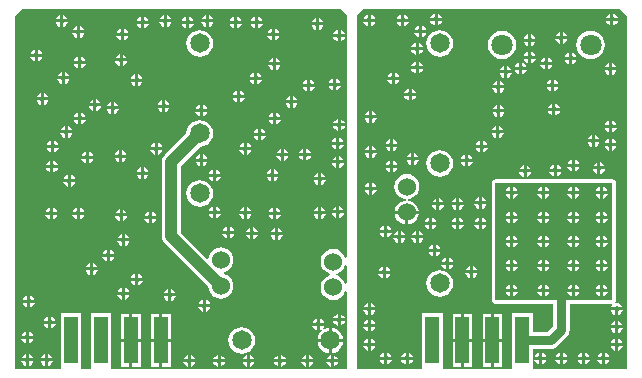
<source format=gtl>
G04*
G04 #@! TF.GenerationSoftware,Altium Limited,Altium Designer,19.0.4 (130)*
G04*
G04 Layer_Physical_Order=1*
G04 Layer_Color=255*
%FSTAX44Y44*%
%MOMM*%
G71*
G01*
G75*
%ADD12R,1.1430X3.9878*%
%ADD17C,1.0000*%
%ADD18C,0.8000*%
%ADD19C,1.6510*%
%ADD20C,1.5240*%
%ADD21C,1.8000*%
%ADD22C,0.5080*%
G36*
X-0023779Y0030002D02*
X-0023749D01*
Y00094486D01*
X-0023876Y00094233D01*
X-00239643Y00096366D01*
X-00241346Y00098584D01*
X-00243564Y00100287D01*
X-00246148Y00101357D01*
X-0024892Y00101722D01*
X-00251692Y00101357D01*
X-00254276Y00100287D01*
X-00256494Y00098584D01*
X-00258197Y00096366D01*
X-00259267Y00093782D01*
X-00259632Y0009101D01*
X-00259267Y00088238D01*
X-00258197Y00085654D01*
X-00256494Y00083436D01*
X-00254276Y00081733D01*
X-00251692Y00080663D01*
X-00251595Y00080651D01*
Y0007937D01*
X-00251692Y00079357D01*
X-00254276Y00078287D01*
X-00256494Y00076584D01*
X-00258197Y00074366D01*
X-00259267Y00071782D01*
X-00259632Y0006901D01*
X-00259267Y00066238D01*
X-00258197Y00063654D01*
X-00256494Y00061436D01*
X-00254276Y00059734D01*
X-00251692Y00058663D01*
X-0024892Y00058298D01*
X-00246148Y00058663D01*
X-00243564Y00059734D01*
X-00241346Y00061436D01*
X-00239643Y00063654D01*
X-0023876Y00065787D01*
X-0023749Y00065534D01*
Y0D01*
X-00436864D01*
X-00437055Y00001191D01*
X-00437055Y0000127D01*
Y00047069D01*
X-00454485D01*
Y0000127D01*
X-00454485Y00001191D01*
X-00454676Y0D01*
X-00462264D01*
X-00462455Y00001191D01*
X-00462455Y0000127D01*
Y00047069D01*
X-00479885D01*
Y0000127D01*
X-00479885Y00001191D01*
X-00480076Y0D01*
X-0051816D01*
Y0029845D01*
X-0051181Y003048D01*
X-0024257D01*
X-0023779Y0030002D01*
D02*
G37*
G36*
X-0023749Y00087534D02*
Y00072486D01*
X-0023876Y00072233D01*
X-00239643Y00074366D01*
X-00241346Y00076584D01*
X-00243564Y00078287D01*
X-00246148Y00079357D01*
X-00246245Y0007937D01*
Y00080651D01*
X-00246148Y00080663D01*
X-00243564Y00081733D01*
X-00241346Y00083436D01*
X-00239643Y00085654D01*
X-0023876Y00087787D01*
X-0023749Y00087534D01*
D02*
G37*
G36*
X-000127Y0005842D02*
X-0011176D01*
Y0015748D01*
X-000127D01*
Y0005842D01*
D02*
G37*
G36*
X0Y0029845D02*
Y0D01*
X-00079994D01*
X-00080185Y00001191D01*
X-00080185Y0000127D01*
Y0001707D01*
X-0006477D01*
X-00062943Y0001731D01*
X-0006124Y00018016D01*
X-00059778Y00019138D01*
X-00050888Y00028028D01*
X-00049766Y0002949D01*
X-0004906Y00031193D01*
X-0004882Y0003302D01*
Y00055361D01*
X-00013363D01*
X-00013283Y00055272D01*
X-00012801Y00054091D01*
X-00013675Y00052782D01*
X-00013817Y0005207D01*
X-00003963D01*
X-00004105Y00052782D01*
X-00005228Y00054462D01*
X-00006908Y00055585D01*
X-0000889Y00055979D01*
X-00009242Y0005591D01*
X-00010006Y00057052D01*
X-00009874Y00057249D01*
X-00009641Y0005842D01*
Y0015748D01*
X-00009874Y00158651D01*
X-00010537Y00159643D01*
X-0001153Y00160306D01*
X-000127Y00160539D01*
X-0011176D01*
X-0011293Y00160306D01*
X-00113923Y00159643D01*
X-00114586Y00158651D01*
X-00114819Y0015748D01*
Y0005842D01*
X-00114586Y00057249D01*
X-00113923Y00056257D01*
X-0011293Y00055594D01*
X-0011176Y00055361D01*
X-0006294D01*
Y00035944D01*
X-00067695Y0003119D01*
X-00080185D01*
Y00047069D01*
X-00097615D01*
Y0000127D01*
X-00097615Y00001191D01*
X-00097806Y0D01*
X-00156194D01*
X-00156385Y00001191D01*
X-00156385Y0000127D01*
Y00047069D01*
X-00173815D01*
Y0000127D01*
X-00173815Y00001191D01*
X-00174006Y0D01*
X-002286D01*
Y0029972D01*
X-0022352Y003048D01*
X-0000635D01*
X0Y0029845D01*
D02*
G37*
%LPC*%
G36*
X-0035433Y00299567D02*
Y0029591D01*
X-00350673D01*
X-00350815Y00296622D01*
X-00351937Y00298302D01*
X-00353618Y00299425D01*
X-0035433Y00299567D01*
D02*
G37*
G36*
X-0035687D02*
X-00357582Y00299425D01*
X-00359263Y00298302D01*
X-00360385Y00296622D01*
X-00360527Y0029591D01*
X-0035687D01*
Y00299567D01*
D02*
G37*
G36*
X-0038989D02*
Y0029591D01*
X-00386233D01*
X-00386375Y00296622D01*
X-00387497Y00298302D01*
X-00389178Y00299425D01*
X-0038989Y00299567D01*
D02*
G37*
G36*
X-0039243D02*
X-00393142Y00299425D01*
X-00394823Y00298302D01*
X-00395945Y00296622D01*
X-00396087Y0029591D01*
X-0039243D01*
Y00299567D01*
D02*
G37*
G36*
X-0047752D02*
Y0029591D01*
X-00473863D01*
X-00474005Y00296622D01*
X-00475127Y00298302D01*
X-00476808Y00299425D01*
X-0047752Y00299567D01*
D02*
G37*
G36*
X-0048006D02*
X-00480772Y00299425D01*
X-00482453Y00298302D01*
X-00483575Y00296622D01*
X-00483717Y0029591D01*
X-0048006D01*
Y00299567D01*
D02*
G37*
G36*
X-0031242Y00298297D02*
Y0029464D01*
X-00308763D01*
X-00308905Y00295352D01*
X-00310028Y00297033D01*
X-00311708Y00298155D01*
X-0031242Y00298297D01*
D02*
G37*
G36*
X-0031496D02*
X-00315672Y00298155D01*
X-00317353Y00297033D01*
X-00318475Y00295352D01*
X-00318617Y0029464D01*
X-0031496D01*
Y00298297D01*
D02*
G37*
G36*
X-003302D02*
Y0029464D01*
X-00326543D01*
X-00326685Y00295352D01*
X-00327808Y00297033D01*
X-00329488Y00298155D01*
X-003302Y00298297D01*
D02*
G37*
G36*
X-0033274D02*
X-00333452Y00298155D01*
X-00335132Y00297033D01*
X-00336255Y00295352D01*
X-00336397Y0029464D01*
X-0033274D01*
Y00298297D01*
D02*
G37*
G36*
X-0037084D02*
Y0029464D01*
X-00367183D01*
X-00367325Y00295352D01*
X-00368447Y00297033D01*
X-00370128Y00298155D01*
X-0037084Y00298297D01*
D02*
G37*
G36*
X-0037338D02*
X-00374092Y00298155D01*
X-00375773Y00297033D01*
X-00376895Y00295352D01*
X-00377037Y0029464D01*
X-0037338D01*
Y00298297D01*
D02*
G37*
G36*
X-0040894D02*
Y0029464D01*
X-00405283D01*
X-00405425Y00295352D01*
X-00406548Y00297033D01*
X-00408228Y00298155D01*
X-0040894Y00298297D01*
D02*
G37*
G36*
X-0041148D02*
X-00412192Y00298155D01*
X-00413872Y00297033D01*
X-00414995Y00295352D01*
X-00415137Y0029464D01*
X-0041148D01*
Y00298297D01*
D02*
G37*
G36*
X-00261062Y00297027D02*
Y0029337D01*
X-00257405D01*
X-00257547Y00294082D01*
X-0025867Y00295763D01*
X-0026035Y00296885D01*
X-00261062Y00297027D01*
D02*
G37*
G36*
X-00263602D02*
X-00264314Y00296885D01*
X-00265995Y00295763D01*
X-00267117Y00294082D01*
X-00267259Y0029337D01*
X-00263602D01*
Y00297027D01*
D02*
G37*
G36*
X-00350673Y0029337D02*
X-0035433D01*
Y00289713D01*
X-00353618Y00289855D01*
X-00351937Y00290977D01*
X-00350815Y00292658D01*
X-00350673Y0029337D01*
D02*
G37*
G36*
X-0035687D02*
X-00360527D01*
X-00360385Y00292658D01*
X-00359263Y00290977D01*
X-00357582Y00289855D01*
X-0035687Y00289713D01*
Y0029337D01*
D02*
G37*
G36*
X-00386233D02*
X-0038989D01*
Y00289713D01*
X-00389178Y00289855D01*
X-00387497Y00290977D01*
X-00386375Y00292658D01*
X-00386233Y0029337D01*
D02*
G37*
G36*
X-0039243D02*
X-00396087D01*
X-00395945Y00292658D01*
X-00394823Y00290977D01*
X-00393142Y00289855D01*
X-0039243Y00289713D01*
Y0029337D01*
D02*
G37*
G36*
X-00473863D02*
X-0047752D01*
Y00289713D01*
X-00476808Y00289855D01*
X-00475127Y00290977D01*
X-00474005Y00292658D01*
X-00473863Y0029337D01*
D02*
G37*
G36*
X-0048006D02*
X-00483717D01*
X-00483575Y00292658D01*
X-00482453Y00290977D01*
X-00480772Y00289855D01*
X-0048006Y00289713D01*
Y0029337D01*
D02*
G37*
G36*
X-00308763Y002921D02*
X-0031242D01*
Y00288443D01*
X-00311708Y00288585D01*
X-00310028Y00289708D01*
X-00308905Y00291388D01*
X-00308763Y002921D01*
D02*
G37*
G36*
X-0031496D02*
X-00318617D01*
X-00318475Y00291388D01*
X-00317353Y00289708D01*
X-00315672Y00288585D01*
X-0031496Y00288443D01*
Y002921D01*
D02*
G37*
G36*
X-00326543D02*
X-003302D01*
Y00288443D01*
X-00329488Y00288585D01*
X-00327808Y00289708D01*
X-00326685Y00291388D01*
X-00326543Y002921D01*
D02*
G37*
G36*
X-0033274D02*
X-00336397D01*
X-00336255Y00291388D01*
X-00335132Y00289708D01*
X-00333452Y00288585D01*
X-0033274Y00288443D01*
Y002921D01*
D02*
G37*
G36*
X-00367183D02*
X-0037084D01*
Y00288443D01*
X-00370128Y00288585D01*
X-00368447Y00289708D01*
X-00367325Y00291388D01*
X-00367183Y002921D01*
D02*
G37*
G36*
X-0037338D02*
X-00377037D01*
X-00376895Y00291388D01*
X-00375773Y00289708D01*
X-00374092Y00288585D01*
X-0037338Y00288443D01*
Y002921D01*
D02*
G37*
G36*
X-00405283D02*
X-0040894D01*
Y00288443D01*
X-00408228Y00288585D01*
X-00406548Y00289708D01*
X-00405425Y00291388D01*
X-00405283Y002921D01*
D02*
G37*
G36*
X-0041148D02*
X-00415137D01*
X-00414995Y00291388D01*
X-00413872Y00289708D01*
X-00412192Y00288585D01*
X-0041148Y00288443D01*
Y002921D01*
D02*
G37*
G36*
X-00257405Y0029083D02*
X-00261062D01*
Y00287173D01*
X-0026035Y00287315D01*
X-0025867Y00288438D01*
X-00257547Y00290118D01*
X-00257405Y0029083D01*
D02*
G37*
G36*
X-00263602D02*
X-00267259D01*
X-00267117Y00290118D01*
X-00265995Y00288438D01*
X-00264314Y00287315D01*
X-00263602Y00287173D01*
Y0029083D01*
D02*
G37*
G36*
X-0046355Y00290348D02*
Y00286691D01*
X-00459893D01*
X-00460035Y00287403D01*
X-00461157Y00289084D01*
X-00462838Y00290207D01*
X-0046355Y00290348D01*
D02*
G37*
G36*
X-0046609D02*
X-00466802Y00290207D01*
X-00468483Y00289084D01*
X-00469605Y00287403D01*
X-00469747Y00286691D01*
X-0046609D01*
Y00290348D01*
D02*
G37*
G36*
X-0029845Y00288382D02*
Y00284725D01*
X-00294793D01*
X-00294935Y00285437D01*
X-00296057Y00287118D01*
X-00297738Y0028824D01*
X-0029845Y00288382D01*
D02*
G37*
G36*
X-0030099D02*
X-00301702Y0028824D01*
X-00303382Y00287118D01*
X-00304505Y00285437D01*
X-00304647Y00284725D01*
X-0030099D01*
Y00288382D01*
D02*
G37*
G36*
X-0042635D02*
Y00284725D01*
X-00422693D01*
X-00422835Y00285437D01*
X-00423958Y00287118D01*
X-00425638Y0028824D01*
X-0042635Y00288382D01*
D02*
G37*
G36*
X-0042889D02*
X-00429602Y0028824D01*
X-00431283Y00287118D01*
X-00432405Y00285437D01*
X-00432547Y00284725D01*
X-0042889D01*
Y00288382D01*
D02*
G37*
G36*
X-00242717Y00287281D02*
Y00283624D01*
X-00239061D01*
X-00239202Y00284336D01*
X-00240325Y00286016D01*
X-00242005Y00287139D01*
X-00242717Y00287281D01*
D02*
G37*
G36*
X-00245257D02*
X-0024597Y00287139D01*
X-0024765Y00286016D01*
X-00248773Y00284336D01*
X-00248914Y00283624D01*
X-00245257D01*
Y00287281D01*
D02*
G37*
G36*
X-00459893Y00284151D02*
X-0046355D01*
Y00280494D01*
X-00462838Y00280636D01*
X-00461157Y00281759D01*
X-00460035Y00283439D01*
X-00459893Y00284151D01*
D02*
G37*
G36*
X-0046609D02*
X-00469747D01*
X-00469605Y00283439D01*
X-00468483Y00281759D01*
X-00466802Y00280636D01*
X-0046609Y00280494D01*
Y00284151D01*
D02*
G37*
G36*
X-00294793Y00282185D02*
X-0029845D01*
Y00278528D01*
X-00297738Y0027867D01*
X-00296057Y00279793D01*
X-00294935Y00281473D01*
X-00294793Y00282185D01*
D02*
G37*
G36*
X-0030099D02*
X-00304647D01*
X-00304505Y00281473D01*
X-00303382Y00279793D01*
X-00301702Y0027867D01*
X-0030099Y00278528D01*
Y00282185D01*
D02*
G37*
G36*
X-00422693D02*
X-0042635D01*
Y00278528D01*
X-00425638Y0027867D01*
X-00423958Y00279793D01*
X-00422835Y00281473D01*
X-00422693Y00282185D01*
D02*
G37*
G36*
X-0042889D02*
X-00432547D01*
X-00432405Y00281473D01*
X-00431283Y00279793D01*
X-00429602Y0027867D01*
X-0042889Y00278528D01*
Y00282185D01*
D02*
G37*
G36*
X-00239061Y00281084D02*
X-00242717D01*
Y00277427D01*
X-00242005Y00277569D01*
X-00240325Y00278691D01*
X-00239202Y00280372D01*
X-00239061Y00281084D01*
D02*
G37*
G36*
X-00245257D02*
X-00248914D01*
X-00248773Y00280372D01*
X-0024765Y00278691D01*
X-0024597Y00277569D01*
X-00245257Y00277427D01*
Y00281084D01*
D02*
G37*
G36*
X-0049911Y00270357D02*
Y002667D01*
X-00495453D01*
X-00495595Y00267412D01*
X-00496717Y00269093D01*
X-00498398Y00270215D01*
X-0049911Y00270357D01*
D02*
G37*
G36*
X-0050165D02*
X-00502362Y00270215D01*
X-00504043Y00269093D01*
X-00505165Y00267412D01*
X-00505307Y002667D01*
X-0050165D01*
Y00270357D01*
D02*
G37*
G36*
X-0036195Y00286942D02*
X-00364888Y00286555D01*
X-00367626Y00285421D01*
X-00369977Y00283617D01*
X-00371781Y00281266D01*
X-00372915Y00278528D01*
X-00373302Y0027559D01*
X-00372915Y00272652D01*
X-00371781Y00269914D01*
X-00369977Y00267563D01*
X-00367626Y00265759D01*
X-00364888Y00264625D01*
X-0036195Y00264238D01*
X-00359012Y00264625D01*
X-00356274Y00265759D01*
X-00353923Y00267563D01*
X-00352119Y00269914D01*
X-00350985Y00272652D01*
X-00350598Y0027559D01*
X-00350985Y00278528D01*
X-00352119Y00281266D01*
X-00353923Y00283617D01*
X-00356274Y00285421D01*
X-00359012Y00286555D01*
X-0036195Y00286942D01*
D02*
G37*
G36*
X-00427355Y00266547D02*
Y0026289D01*
X-00423698D01*
X-0042384Y00263602D01*
X-00424963Y00265282D01*
X-00426643Y00266405D01*
X-00427355Y00266547D01*
D02*
G37*
G36*
X-00429895D02*
X-00430607Y00266405D01*
X-00432287Y00265282D01*
X-0043341Y00263602D01*
X-00433552Y0026289D01*
X-00429895D01*
Y00266547D01*
D02*
G37*
G36*
X-0046228Y00264565D02*
Y00260908D01*
X-00458623D01*
X-00458765Y0026162D01*
X-00459888Y002633D01*
X-00461568Y00264423D01*
X-0046228Y00264565D01*
D02*
G37*
G36*
X-0046482D02*
X-00465532Y00264423D01*
X-00467212Y002633D01*
X-00468335Y0026162D01*
X-00468477Y00260908D01*
X-0046482D01*
Y00264565D01*
D02*
G37*
G36*
X-00495453Y0026416D02*
X-0049911D01*
Y00260503D01*
X-00498398Y00260645D01*
X-00496717Y00261768D01*
X-00495595Y00263448D01*
X-00495453Y0026416D01*
D02*
G37*
G36*
X-0050165D02*
X-00505307D01*
X-00505165Y00263448D01*
X-00504043Y00261768D01*
X-00502362Y00260645D01*
X-0050165Y00260503D01*
Y0026416D01*
D02*
G37*
G36*
X-00297597Y00263259D02*
Y00259603D01*
X-00293941D01*
X-00294082Y00260315D01*
X-00295205Y00261995D01*
X-00296885Y00263118D01*
X-00297597Y00263259D01*
D02*
G37*
G36*
X-00300137D02*
X-00300849Y00263118D01*
X-0030253Y00261995D01*
X-00303653Y00260315D01*
X-00303794Y00259603D01*
X-00300137D01*
Y00263259D01*
D02*
G37*
G36*
X-00423698Y0026035D02*
X-00427355D01*
Y00256693D01*
X-00426643Y00256835D01*
X-00424963Y00257957D01*
X-0042384Y00259638D01*
X-00423698Y0026035D01*
D02*
G37*
G36*
X-00429895D02*
X-00433552D01*
X-0043341Y00259638D01*
X-00432287Y00257957D01*
X-00430607Y00256835D01*
X-00429895Y00256693D01*
Y0026035D01*
D02*
G37*
G36*
X-00458623Y00258368D02*
X-0046228D01*
Y00254711D01*
X-00461568Y00254853D01*
X-00459888Y00255975D01*
X-00458765Y00257656D01*
X-00458623Y00258368D01*
D02*
G37*
G36*
X-0046482D02*
X-00468477D01*
X-00468335Y00257656D01*
X-00467212Y00255975D01*
X-00465532Y00254853D01*
X-0046482Y00254711D01*
Y00258368D01*
D02*
G37*
G36*
X-00293941Y00257062D02*
X-00297597D01*
Y00253406D01*
X-00296885Y00253547D01*
X-00295205Y0025467D01*
X-00294082Y0025635D01*
X-00293941Y00257062D01*
D02*
G37*
G36*
X-00300137D02*
X-00303794D01*
X-00303653Y0025635D01*
X-0030253Y0025467D01*
X-00300849Y00253547D01*
X-00300137Y00253406D01*
Y00257062D01*
D02*
G37*
G36*
X-0047625Y00251307D02*
Y0024765D01*
X-00472593D01*
X-00472735Y00248362D01*
X-00473857Y00250042D01*
X-00475538Y00251165D01*
X-0047625Y00251307D01*
D02*
G37*
G36*
X-0047879D02*
X-00479502Y00251165D01*
X-00481183Y00250042D01*
X-00482305Y00248362D01*
X-00482447Y0024765D01*
X-0047879D01*
Y00251307D01*
D02*
G37*
G36*
X-0031326Y00251091D02*
Y00247435D01*
X-00309603D01*
X-00309745Y00248147D01*
X-00310868Y00249827D01*
X-00312548Y0025095D01*
X-0031326Y00251091D01*
D02*
G37*
G36*
X-003158D02*
X-00316512Y0025095D01*
X-00318193Y00249827D01*
X-00319315Y00248147D01*
X-00319457Y00247435D01*
X-003158D01*
Y00251091D01*
D02*
G37*
G36*
X-0041402Y00249566D02*
Y00245909D01*
X-00410363D01*
X-00410505Y00246621D01*
X-00411628Y00248301D01*
X-00413308Y00249424D01*
X-0041402Y00249566D01*
D02*
G37*
G36*
X-0041656D02*
X-00417272Y00249424D01*
X-00418952Y00248301D01*
X-00420075Y00246621D01*
X-00420217Y00245909D01*
X-0041656D01*
Y00249566D01*
D02*
G37*
G36*
X-0024638Y00245669D02*
Y00242012D01*
X-00242723D01*
X-00242865Y00242724D01*
X-00243988Y00244405D01*
X-00245668Y00245527D01*
X-0024638Y00245669D01*
D02*
G37*
G36*
X-0024892D02*
X-00249632Y00245527D01*
X-00251313Y00244405D01*
X-00252435Y00242724D01*
X-00252577Y00242012D01*
X-0024892D01*
Y00245669D01*
D02*
G37*
G36*
X-00472593Y0024511D02*
X-0047625D01*
Y00241453D01*
X-00475538Y00241595D01*
X-00473857Y00242717D01*
X-00472735Y00244398D01*
X-00472593Y0024511D01*
D02*
G37*
G36*
X-0047879D02*
X-00482447D01*
X-00482305Y00244398D01*
X-00481183Y00242717D01*
X-00479502Y00241595D01*
X-0047879Y00241453D01*
Y0024511D01*
D02*
G37*
G36*
X-00268387Y00244957D02*
Y002413D01*
X-0026473D01*
X-00264872Y00242012D01*
X-00265995Y00243692D01*
X-00267675Y00244815D01*
X-00268387Y00244957D01*
D02*
G37*
G36*
X-00270927D02*
X-00271639Y00244815D01*
X-0027332Y00243692D01*
X-00274443Y00242012D01*
X-00274584Y002413D01*
X-00270927D01*
Y00244957D01*
D02*
G37*
G36*
X-00309603Y00244895D02*
X-0031326D01*
Y00241238D01*
X-00312548Y00241379D01*
X-00310868Y00242502D01*
X-00309745Y00244182D01*
X-00309603Y00244895D01*
D02*
G37*
G36*
X-003158D02*
X-00319457D01*
X-00319315Y00244182D01*
X-00318193Y00242502D01*
X-00316512Y00241379D01*
X-003158Y00241238D01*
Y00244895D01*
D02*
G37*
G36*
X-00410363Y00243369D02*
X-0041402D01*
Y00239712D01*
X-00413308Y00239853D01*
X-00411628Y00240976D01*
X-00410505Y00242657D01*
X-00410363Y00243369D01*
D02*
G37*
G36*
X-0041656D02*
X-00420217D01*
X-00420075Y00242657D01*
X-00418952Y00240976D01*
X-00417272Y00239853D01*
X-0041656Y00239712D01*
Y00243369D01*
D02*
G37*
G36*
X-00242723Y00239472D02*
X-0024638D01*
Y00235815D01*
X-00245668Y00235957D01*
X-00243988Y0023708D01*
X-00242865Y0023876D01*
X-00242723Y00239472D01*
D02*
G37*
G36*
X-0024892D02*
X-00252577D01*
X-00252435Y0023876D01*
X-00251313Y0023708D01*
X-00249632Y00235957D01*
X-0024892Y00235815D01*
Y00239472D01*
D02*
G37*
G36*
X-0026473Y0023876D02*
X-00268387D01*
Y00235103D01*
X-00267675Y00235245D01*
X-00265995Y00236367D01*
X-00264872Y00238048D01*
X-0026473Y0023876D01*
D02*
G37*
G36*
X-00270927D02*
X-00274584D01*
X-00274443Y00238048D01*
X-0027332Y00236367D01*
X-00271639Y00235245D01*
X-00270927Y00235103D01*
Y0023876D01*
D02*
G37*
G36*
X-0032766Y00235772D02*
Y00232115D01*
X-00324003D01*
X-00324145Y00232827D01*
X-00325267Y00234508D01*
X-00326948Y0023563D01*
X-0032766Y00235772D01*
D02*
G37*
G36*
X-003302D02*
X-00330912Y0023563D01*
X-00332593Y00234508D01*
X-00333715Y00232827D01*
X-00333857Y00232115D01*
X-003302D01*
Y00235772D01*
D02*
G37*
G36*
X-00493882Y00233527D02*
Y0022987D01*
X-00490226D01*
X-00490367Y00230582D01*
X-0049149Y00232262D01*
X-0049317Y00233385D01*
X-00493882Y00233527D01*
D02*
G37*
G36*
X-00496423D02*
X-00497135Y00233385D01*
X-00498815Y00232262D01*
X-00499938Y00230582D01*
X-00500079Y0022987D01*
X-00496423D01*
Y00233527D01*
D02*
G37*
G36*
X-00283173Y00230987D02*
Y0022733D01*
X-00279516D01*
X-00279658Y00228042D01*
X-00280781Y00229722D01*
X-00282461Y00230845D01*
X-00283173Y00230987D01*
D02*
G37*
G36*
X-00285713D02*
X-00286425Y00230845D01*
X-00288106Y00229722D01*
X-00289228Y00228042D01*
X-0028937Y0022733D01*
X-00285713D01*
Y00230987D01*
D02*
G37*
G36*
X-00324003Y00229575D02*
X-0032766D01*
Y00225918D01*
X-00326948Y0022606D01*
X-00325267Y00227183D01*
X-00324145Y00228863D01*
X-00324003Y00229575D01*
D02*
G37*
G36*
X-003302D02*
X-00333857D01*
X-00333715Y00228863D01*
X-00332593Y00227183D01*
X-00330912Y0022606D01*
X-003302Y00225918D01*
Y00229575D01*
D02*
G37*
G36*
X-00449543Y00228447D02*
Y0022479D01*
X-00445886D01*
X-00446028Y00225502D01*
X-00447151Y00227183D01*
X-00448831Y00228305D01*
X-00449543Y00228447D01*
D02*
G37*
G36*
X-00452083D02*
X-00452795Y00228305D01*
X-00454476Y00227183D01*
X-00455598Y00225502D01*
X-0045574Y0022479D01*
X-00452083D01*
Y00228447D01*
D02*
G37*
G36*
X-0039116Y00227587D02*
Y0022393D01*
X-00387503D01*
X-00387645Y00224643D01*
X-00388768Y00226323D01*
X-00390448Y00227446D01*
X-0039116Y00227587D01*
D02*
G37*
G36*
X-003937D02*
X-00394412Y00227446D01*
X-00396092Y00226323D01*
X-00397215Y00224643D01*
X-00397357Y0022393D01*
X-003937D01*
Y00227587D01*
D02*
G37*
G36*
X-00490226Y0022733D02*
X-00493882D01*
Y00223673D01*
X-0049317Y00223815D01*
X-0049149Y00224937D01*
X-00490367Y00226618D01*
X-00490226Y0022733D01*
D02*
G37*
G36*
X-00496423D02*
X-00500079D01*
X-00499938Y00226618D01*
X-00498815Y00224937D01*
X-00497135Y00223815D01*
X-00496423Y00223673D01*
Y0022733D01*
D02*
G37*
G36*
X-00434414Y00225907D02*
Y0022225D01*
X-00430757D01*
X-00430899Y00222962D01*
X-00432021Y00224643D01*
X-00433702Y00225765D01*
X-00434414Y00225907D01*
D02*
G37*
G36*
X-00436954D02*
X-00437666Y00225765D01*
X-00439346Y00224643D01*
X-00440469Y00222962D01*
X-00440611Y0022225D01*
X-00436954D01*
Y00225907D01*
D02*
G37*
G36*
X-00279516Y0022479D02*
X-00283173D01*
Y00221133D01*
X-00282461Y00221275D01*
X-00280781Y00222397D01*
X-00279658Y00224078D01*
X-00279516Y0022479D01*
D02*
G37*
G36*
X-00285713D02*
X-0028937D01*
X-00289228Y00224078D01*
X-00288106Y00222397D01*
X-00286425Y00221275D01*
X-00285713Y00221133D01*
Y0022479D01*
D02*
G37*
G36*
X-0035941Y00223925D02*
Y00220268D01*
X-00355753D01*
X-00355895Y0022098D01*
X-00357018Y0022266D01*
X-00358698Y00223783D01*
X-0035941Y00223925D01*
D02*
G37*
G36*
X-0036195D02*
X-00362662Y00223783D01*
X-00364342Y0022266D01*
X-00365465Y0022098D01*
X-00365607Y00220268D01*
X-0036195D01*
Y00223925D01*
D02*
G37*
G36*
X-00445886Y0022225D02*
X-00449543D01*
Y00218593D01*
X-00448831Y00218735D01*
X-00447151Y00219858D01*
X-00446028Y00221538D01*
X-00445886Y0022225D01*
D02*
G37*
G36*
X-00452083D02*
X-0045574D01*
X-00455598Y00221538D01*
X-00454476Y00219858D01*
X-00452795Y00218735D01*
X-00452083Y00218593D01*
Y0022225D01*
D02*
G37*
G36*
X-00387503Y0022139D02*
X-0039116D01*
Y00217733D01*
X-00390448Y00217875D01*
X-00388768Y00218998D01*
X-00387645Y00220678D01*
X-00387503Y0022139D01*
D02*
G37*
G36*
X-003937D02*
X-00397357D01*
X-00397215Y00220678D01*
X-00396092Y00218998D01*
X-00394412Y00217875D01*
X-003937Y00217733D01*
Y0022139D01*
D02*
G37*
G36*
X-00430757Y0021971D02*
X-00434414D01*
Y00216053D01*
X-00433702Y00216195D01*
X-00432021Y00217318D01*
X-00430899Y00218998D01*
X-00430757Y0021971D01*
D02*
G37*
G36*
X-00436954D02*
X-00440611D01*
X-00440469Y00218998D01*
X-00439346Y00217318D01*
X-00437666Y00216195D01*
X-00436954Y00216053D01*
Y0021971D01*
D02*
G37*
G36*
X-00355753Y00217728D02*
X-0035941D01*
Y00214071D01*
X-00358698Y00214213D01*
X-00357018Y00215335D01*
X-00355895Y00217016D01*
X-00355753Y00217728D01*
D02*
G37*
G36*
X-0036195D02*
X-00365607D01*
X-00365465Y00217016D01*
X-00364342Y00215335D01*
X-00362662Y00214213D01*
X-0036195Y00214071D01*
Y00217728D01*
D02*
G37*
G36*
X-0029718Y00217017D02*
Y0021336D01*
X-00293523D01*
X-00293665Y00214072D01*
X-00294788Y00215753D01*
X-00296468Y00216875D01*
X-0029718Y00217017D01*
D02*
G37*
G36*
X-0029972D02*
X-00300432Y00216875D01*
X-00302113Y00215753D01*
X-00303235Y00214072D01*
X-00303377Y0021336D01*
X-0029972D01*
Y00217017D01*
D02*
G37*
G36*
X-0046228D02*
Y0021336D01*
X-00458623D01*
X-00458765Y00214072D01*
X-00459888Y00215753D01*
X-00461568Y00216875D01*
X-0046228Y00217017D01*
D02*
G37*
G36*
X-0046482D02*
X-00465532Y00216875D01*
X-00467212Y00215753D01*
X-00468335Y00214072D01*
X-00468477Y0021336D01*
X-0046482D01*
Y00217017D01*
D02*
G37*
G36*
X-00242717Y00211642D02*
Y00207985D01*
X-00239061D01*
X-00239202Y00208697D01*
X-00240325Y00210378D01*
X-00242005Y002115D01*
X-00242717Y00211642D01*
D02*
G37*
G36*
X-00245257D02*
X-0024597Y002115D01*
X-0024765Y00210378D01*
X-00248773Y00208697D01*
X-00248914Y00207985D01*
X-00245257D01*
Y00211642D01*
D02*
G37*
G36*
X-00293523Y0021082D02*
X-0029718D01*
Y00207163D01*
X-00296468Y00207305D01*
X-00294788Y00208428D01*
X-00293665Y00210108D01*
X-00293523Y0021082D01*
D02*
G37*
G36*
X-0029972D02*
X-00303377D01*
X-00303235Y00210108D01*
X-00302113Y00208428D01*
X-00300432Y00207305D01*
X-0029972Y00207163D01*
Y0021082D01*
D02*
G37*
G36*
X-00458623D02*
X-0046228D01*
Y00207163D01*
X-00461568Y00207305D01*
X-00459888Y00208428D01*
X-00458765Y00210108D01*
X-00458623Y0021082D01*
D02*
G37*
G36*
X-0046482D02*
X-00468477D01*
X-00468335Y00210108D01*
X-00467212Y00208428D01*
X-00465532Y00207305D01*
X-0046482Y00207163D01*
Y0021082D01*
D02*
G37*
G36*
X-0047371Y00205587D02*
Y0020193D01*
X-00470053D01*
X-00470195Y00202642D01*
X-00471317Y00204322D01*
X-00472998Y00205445D01*
X-0047371Y00205587D01*
D02*
G37*
G36*
X-0047625D02*
X-00476962Y00205445D01*
X-00478643Y00204322D01*
X-00479765Y00202642D01*
X-00479907Y0020193D01*
X-0047625D01*
Y00205587D01*
D02*
G37*
G36*
X-00239061Y00205445D02*
X-00242717D01*
Y00201788D01*
X-00242005Y0020193D01*
X-00240325Y00203053D01*
X-00239202Y00204733D01*
X-00239061Y00205445D01*
D02*
G37*
G36*
X-00245257D02*
X-00248914D01*
X-00248773Y00204733D01*
X-0024765Y00203053D01*
X-0024597Y0020193D01*
X-00245257Y00201788D01*
Y00205445D01*
D02*
G37*
G36*
X-0030988Y00203605D02*
Y00199948D01*
X-00306223D01*
X-00306365Y0020066D01*
X-00307488Y0020234D01*
X-00309168Y00203463D01*
X-0030988Y00203605D01*
D02*
G37*
G36*
X-0031242D02*
X-00313132Y00203463D01*
X-00314813Y0020234D01*
X-00315935Y0020066D01*
X-00316077Y00199948D01*
X-0031242D01*
Y00203605D01*
D02*
G37*
G36*
X-00470053Y0019939D02*
X-0047371D01*
Y00195733D01*
X-00472998Y00195875D01*
X-00471317Y00196998D01*
X-00470195Y00198678D01*
X-00470053Y0019939D01*
D02*
G37*
G36*
X-0047625D02*
X-00479907D01*
X-00479765Y00198678D01*
X-00478643Y00196998D01*
X-00476962Y00195875D01*
X-0047625Y00195733D01*
Y0019939D01*
D02*
G37*
G36*
X-00306223Y00197408D02*
X-0030988D01*
Y00193751D01*
X-00309168Y00193893D01*
X-00307488Y00195015D01*
X-00306365Y00196696D01*
X-00306223Y00197408D01*
D02*
G37*
G36*
X-0031242D02*
X-00316077D01*
X-00315935Y00196696D01*
X-00314813Y00195015D01*
X-00313132Y00193893D01*
X-0031242Y00193751D01*
Y00197408D01*
D02*
G37*
G36*
X-0024384Y00195756D02*
Y00192099D01*
X-00240183D01*
X-00240325Y00192811D01*
X-00241448Y00194491D01*
X-00243128Y00195614D01*
X-0024384Y00195756D01*
D02*
G37*
G36*
X-0024638D02*
X-00247092Y00195614D01*
X-00248773Y00194491D01*
X-00249895Y00192811D01*
X-00250037Y00192099D01*
X-0024638D01*
Y00195756D01*
D02*
G37*
G36*
X-0048514Y00193352D02*
Y00189695D01*
X-00481483D01*
X-00481625Y00190407D01*
X-00482747Y00192087D01*
X-00484428Y0019321D01*
X-0048514Y00193352D01*
D02*
G37*
G36*
X-0048768D02*
X-00488392Y0019321D01*
X-00490073Y00192087D01*
X-00491195Y00190407D01*
X-00491337Y00189695D01*
X-0048768D01*
Y00193352D01*
D02*
G37*
G36*
X-00322182Y00191369D02*
Y00187713D01*
X-00318525D01*
X-00318667Y00188425D01*
X-00319789Y00190105D01*
X-0032147Y00191228D01*
X-00322182Y00191369D01*
D02*
G37*
G36*
X-00324722D02*
X-00325434Y00191228D01*
X-00327114Y00190105D01*
X-00328237Y00188425D01*
X-00328379Y00187713D01*
X-00324722D01*
Y00191369D01*
D02*
G37*
G36*
X-0039751D02*
Y00187713D01*
X-00393853D01*
X-00393995Y00188425D01*
X-00395117Y00190105D01*
X-00396798Y00191228D01*
X-0039751Y00191369D01*
D02*
G37*
G36*
X-0040005D02*
X-00400762Y00191228D01*
X-00402443Y00190105D01*
X-00403565Y00188425D01*
X-00403707Y00187713D01*
X-0040005D01*
Y00191369D01*
D02*
G37*
G36*
X-00240183Y00189559D02*
X-0024384D01*
Y00185902D01*
X-00243128Y00186043D01*
X-00241448Y00187166D01*
X-00240325Y00188847D01*
X-00240183Y00189559D01*
D02*
G37*
G36*
X-0024638D02*
X-00250037D01*
X-00249895Y00188847D01*
X-00248773Y00187166D01*
X-00247092Y00186043D01*
X-0024638Y00185902D01*
Y00189559D01*
D02*
G37*
G36*
X-00481483Y00187155D02*
X-0048514D01*
Y00183498D01*
X-00484428Y00183639D01*
X-00482747Y00184762D01*
X-00481625Y00186443D01*
X-00481483Y00187155D01*
D02*
G37*
G36*
X-0048768D02*
X-00491337D01*
X-00491195Y00186443D01*
X-00490073Y00184762D01*
X-00488392Y00183639D01*
X-0048768Y00183498D01*
Y00187155D01*
D02*
G37*
G36*
X-0027168Y00186443D02*
Y00182786D01*
X-00268023D01*
X-00268165Y00183498D01*
X-00269287Y00185178D01*
X-00270968Y00186301D01*
X-0027168Y00186443D01*
D02*
G37*
G36*
X-0027422D02*
X-00274932Y00186301D01*
X-00276612Y00185178D01*
X-00277735Y00183498D01*
X-00277877Y00182786D01*
X-0027422D01*
Y00186443D01*
D02*
G37*
G36*
X-0029083Y00186242D02*
Y00182585D01*
X-00287173D01*
X-00287315Y00183297D01*
X-00288438Y00184978D01*
X-00290118Y00186101D01*
X-0029083Y00186242D01*
D02*
G37*
G36*
X-0029337D02*
X-00294082Y00186101D01*
X-00295763Y00184978D01*
X-00296885Y00183297D01*
X-00297027Y00182585D01*
X-0029337D01*
Y00186242D01*
D02*
G37*
G36*
X-00318525Y00185173D02*
X-00322182D01*
Y00181516D01*
X-0032147Y00181657D01*
X-00319789Y0018278D01*
X-00318667Y00184461D01*
X-00318525Y00185173D01*
D02*
G37*
G36*
X-00324722D02*
X-00328379D01*
X-00328237Y00184461D01*
X-00327114Y0018278D01*
X-00325434Y00181657D01*
X-00324722Y00181516D01*
Y00185173D01*
D02*
G37*
G36*
X-00393853D02*
X-0039751D01*
Y00181516D01*
X-00396798Y00181657D01*
X-00395117Y0018278D01*
X-00393995Y00184461D01*
X-00393853Y00185173D01*
D02*
G37*
G36*
X-0040005D02*
X-00403707D01*
X-00403565Y00184461D01*
X-00402443Y0018278D01*
X-00400762Y00181657D01*
X-0040005Y00181516D01*
Y00185173D01*
D02*
G37*
G36*
X-0042799D02*
Y00181516D01*
X-00424333D01*
X-00424475Y00182228D01*
X-00425597Y00183908D01*
X-00427278Y00185031D01*
X-0042799Y00185173D01*
D02*
G37*
G36*
X-0043053D02*
X-00431242Y00185031D01*
X-00432923Y00183908D01*
X-00434045Y00182228D01*
X-00434187Y00181516D01*
X-0043053D01*
Y00185173D01*
D02*
G37*
G36*
X-0045593Y0018426D02*
Y00180603D01*
X-00452273D01*
X-00452415Y00181315D01*
X-00453537Y00182996D01*
X-00455218Y00184118D01*
X-0045593Y0018426D01*
D02*
G37*
G36*
X-0045847D02*
X-00459182Y00184118D01*
X-00460863Y00182996D01*
X-00461985Y00181315D01*
X-00462127Y00180603D01*
X-0045847D01*
Y0018426D01*
D02*
G37*
G36*
X-0035941Y00181855D02*
Y00178198D01*
X-00355753D01*
X-00355895Y0017891D01*
X-00357018Y00180591D01*
X-00358698Y00181713D01*
X-0035941Y00181855D01*
D02*
G37*
G36*
X-0036195D02*
X-00362662Y00181713D01*
X-00364342Y00180591D01*
X-00365465Y0017891D01*
X-00365607Y00178198D01*
X-0036195D01*
Y00181855D01*
D02*
G37*
G36*
X-00268023Y00180246D02*
X-0027168D01*
Y00176589D01*
X-00270968Y0017673D01*
X-00269287Y00177853D01*
X-00268165Y00179534D01*
X-00268023Y00180246D01*
D02*
G37*
G36*
X-0027422D02*
X-00277877D01*
X-00277735Y00179534D01*
X-00276612Y00177853D01*
X-00274932Y0017673D01*
X-0027422Y00176589D01*
Y00180246D01*
D02*
G37*
G36*
X-00243697Y00180187D02*
Y0017653D01*
X-0024004D01*
X-00240182Y00177242D01*
X-00241304Y00178923D01*
X-00242985Y00180045D01*
X-00243697Y00180187D01*
D02*
G37*
G36*
X-00246237D02*
X-00246949Y00180045D01*
X-00248629Y00178923D01*
X-00249752Y00177242D01*
X-00249894Y0017653D01*
X-00246237D01*
Y00180187D01*
D02*
G37*
G36*
X-00287173Y00180045D02*
X-0029083D01*
Y00176388D01*
X-00290118Y0017653D01*
X-00288438Y00177653D01*
X-00287315Y00179333D01*
X-00287173Y00180045D01*
D02*
G37*
G36*
X-0029337D02*
X-00297027D01*
X-00296885Y00179333D01*
X-00295763Y00177653D01*
X-00294082Y0017653D01*
X-0029337Y00176388D01*
Y00180045D01*
D02*
G37*
G36*
X-00424333Y00178976D02*
X-0042799D01*
Y00175319D01*
X-00427278Y0017546D01*
X-00425597Y00176583D01*
X-00424475Y00178263D01*
X-00424333Y00178976D01*
D02*
G37*
G36*
X-0043053D02*
X-00434187D01*
X-00434045Y00178263D01*
X-00432923Y00176583D01*
X-00431242Y0017546D01*
X-0043053Y00175319D01*
Y00178976D01*
D02*
G37*
G36*
X-00452273Y00178063D02*
X-0045593D01*
Y00174406D01*
X-00455218Y00174548D01*
X-00453537Y00175671D01*
X-00452415Y00177351D01*
X-00452273Y00178063D01*
D02*
G37*
G36*
X-0045847D02*
X-00462127D01*
X-00461985Y00177351D01*
X-00460863Y00175671D01*
X-00459182Y00174548D01*
X-0045847Y00174406D01*
Y00178063D01*
D02*
G37*
G36*
X-00485852Y00176377D02*
Y0017272D01*
X-00482195D01*
X-00482337Y00173432D01*
X-0048346Y00175112D01*
X-0048514Y00176235D01*
X-00485852Y00176377D01*
D02*
G37*
G36*
X-00488392D02*
X-00489104Y00176235D01*
X-00490785Y00175112D01*
X-00491907Y00173432D01*
X-00492049Y0017272D01*
X-00488392D01*
Y00176377D01*
D02*
G37*
G36*
X-00355753Y00175658D02*
X-0035941D01*
Y00172001D01*
X-00358698Y00172143D01*
X-00357018Y00173266D01*
X-00355895Y00174946D01*
X-00355753Y00175658D01*
D02*
G37*
G36*
X-0036195D02*
X-00365607D01*
X-00365465Y00174946D01*
X-00364342Y00173266D01*
X-00362662Y00172143D01*
X-0036195Y00172001D01*
Y00175658D01*
D02*
G37*
G36*
X-0024004Y0017399D02*
X-00243697D01*
Y00170333D01*
X-00242985Y00170475D01*
X-00241304Y00171597D01*
X-00240182Y00173278D01*
X-0024004Y0017399D01*
D02*
G37*
G36*
X-00246237D02*
X-00249894D01*
X-00249752Y00173278D01*
X-00248629Y00171597D01*
X-00246949Y00170475D01*
X-00246237Y00170333D01*
Y0017399D01*
D02*
G37*
G36*
X-0040894Y00170804D02*
Y00167147D01*
X-00405283D01*
X-00405425Y00167859D01*
X-00406548Y00169539D01*
X-00408228Y00170662D01*
X-0040894Y00170804D01*
D02*
G37*
G36*
X-0041148D02*
X-00412192Y00170662D01*
X-00413872Y00169539D01*
X-00414995Y00167859D01*
X-00415137Y00167147D01*
X-0041148D01*
Y00170804D01*
D02*
G37*
G36*
X-00482195Y0017018D02*
X-00485852D01*
Y00166523D01*
X-0048514Y00166665D01*
X-0048346Y00167787D01*
X-00482337Y00169468D01*
X-00482195Y0017018D01*
D02*
G37*
G36*
X-00488392D02*
X-00492049D01*
X-00491907Y00169468D01*
X-00490785Y00167787D01*
X-00489104Y00166665D01*
X-00488392Y00166523D01*
Y0017018D01*
D02*
G37*
G36*
X-00299162Y00169086D02*
Y00165429D01*
X-00295505D01*
X-00295647Y00166141D01*
X-0029677Y00167821D01*
X-0029845Y00168944D01*
X-00299162Y00169086D01*
D02*
G37*
G36*
X-00301702D02*
X-00302414Y00168944D01*
X-00304095Y00167821D01*
X-00305217Y00166141D01*
X-00305359Y00165429D01*
X-00301702D01*
Y00169086D01*
D02*
G37*
G36*
X-0034798Y00168713D02*
Y00165056D01*
X-00344323D01*
X-00344465Y00165769D01*
X-00345588Y00167449D01*
X-00347268Y00168572D01*
X-0034798Y00168713D01*
D02*
G37*
G36*
X-0035052D02*
X-00351232Y00168572D01*
X-00352912Y00167449D01*
X-00354035Y00165769D01*
X-00354177Y00165056D01*
X-0035052D01*
Y00168713D01*
D02*
G37*
G36*
X-0025908Y00165877D02*
Y0016222D01*
X-00255423D01*
X-00255565Y00162932D01*
X-00256688Y00164613D01*
X-00258368Y00165735D01*
X-0025908Y00165877D01*
D02*
G37*
G36*
X-0026162D02*
X-00262332Y00165735D01*
X-00264013Y00164613D01*
X-00265135Y00162932D01*
X-00265277Y0016222D01*
X-0026162D01*
Y00165877D01*
D02*
G37*
G36*
X-00405283Y00164607D02*
X-0040894D01*
Y0016095D01*
X-00408228Y00161092D01*
X-00406548Y00162214D01*
X-00405425Y00163895D01*
X-00405283Y00164607D01*
D02*
G37*
G36*
X-0041148D02*
X-00415137D01*
X-00414995Y00163895D01*
X-00413872Y00162214D01*
X-00412192Y00161092D01*
X-0041148Y0016095D01*
Y00164607D01*
D02*
G37*
G36*
X-0047117Y001643D02*
Y00160644D01*
X-00467513D01*
X-00467655Y00161356D01*
X-00468778Y00163036D01*
X-00470458Y00164159D01*
X-0047117Y001643D01*
D02*
G37*
G36*
X-0047371D02*
X-00474422Y00164159D01*
X-00476102Y00163036D01*
X-00477225Y00161356D01*
X-00477367Y00160644D01*
X-0047371D01*
Y001643D01*
D02*
G37*
G36*
X-00295505Y00162889D02*
X-00299162D01*
Y00159232D01*
X-0029845Y00159374D01*
X-0029677Y00160496D01*
X-00295647Y00162177D01*
X-00295505Y00162889D01*
D02*
G37*
G36*
X-00301702D02*
X-00305359D01*
X-00305217Y00162177D01*
X-00304095Y00160496D01*
X-00302414Y00159374D01*
X-00301702Y00159232D01*
Y00162889D01*
D02*
G37*
G36*
X-00344323Y00162516D02*
X-0034798D01*
Y0015886D01*
X-00347268Y00159001D01*
X-00345588Y00160124D01*
X-00344465Y00161804D01*
X-00344323Y00162516D01*
D02*
G37*
G36*
X-0035052D02*
X-00354177D01*
X-00354035Y00161804D01*
X-00352912Y00160124D01*
X-00351232Y00159001D01*
X-0035052Y0015886D01*
Y00162516D01*
D02*
G37*
G36*
X-00255423Y0015968D02*
X-0025908D01*
Y00156023D01*
X-00258368Y00156165D01*
X-00256688Y00157288D01*
X-00255565Y00158968D01*
X-00255423Y0015968D01*
D02*
G37*
G36*
X-0026162D02*
X-00265277D01*
X-00265135Y00158968D01*
X-00264013Y00157288D01*
X-00262332Y00156165D01*
X-0026162Y00156023D01*
Y0015968D01*
D02*
G37*
G36*
X-00467513Y00158104D02*
X-0047117D01*
Y00154447D01*
X-00470458Y00154588D01*
X-00468778Y00155711D01*
X-00467655Y00157391D01*
X-00467513Y00158104D01*
D02*
G37*
G36*
X-0047371D02*
X-00477367D01*
X-00477225Y00157391D01*
X-00476102Y00155711D01*
X-00474422Y00154588D01*
X-0047371Y00154447D01*
Y00158104D01*
D02*
G37*
G36*
X-0036195Y00159942D02*
X-00364888Y00159555D01*
X-00367626Y00158421D01*
X-00369977Y00156617D01*
X-00371781Y00154266D01*
X-00372915Y00151528D01*
X-00373302Y0014859D01*
X-00372915Y00145652D01*
X-00371781Y00142914D01*
X-00369977Y00140563D01*
X-00367626Y00138759D01*
X-00364888Y00137625D01*
X-0036195Y00137238D01*
X-00359012Y00137625D01*
X-00356274Y00138759D01*
X-00353923Y00140563D01*
X-00352119Y00142914D01*
X-00350985Y00145652D01*
X-00350598Y0014859D01*
X-00350985Y00151528D01*
X-00352119Y00154266D01*
X-00353923Y00156617D01*
X-00356274Y00158421D01*
X-00359012Y00159555D01*
X-0036195Y00159942D01*
D02*
G37*
G36*
X-00243697Y00137928D02*
Y00134271D01*
X-0024004D01*
X-00240182Y00134983D01*
X-00241304Y00136664D01*
X-00242985Y00137787D01*
X-00243697Y00137928D01*
D02*
G37*
G36*
X-00246237D02*
X-00246949Y00137787D01*
X-00248629Y00136664D01*
X-00249752Y00134983D01*
X-00249894Y00134271D01*
X-00246237D01*
Y00137928D01*
D02*
G37*
G36*
X-0034798Y00137437D02*
Y0013378D01*
X-00344323D01*
X-00344465Y00134492D01*
X-00345588Y00136173D01*
X-00347268Y00137295D01*
X-0034798Y00137437D01*
D02*
G37*
G36*
X-0035052D02*
X-00351232Y00137295D01*
X-00352912Y00136173D01*
X-00354035Y00134492D01*
X-00354177Y0013378D01*
X-0035052D01*
Y00137437D01*
D02*
G37*
G36*
X-0025908Y00137007D02*
Y0013335D01*
X-00255423D01*
X-00255565Y00134062D01*
X-00256688Y00135743D01*
X-00258368Y00136865D01*
X-0025908Y00137007D01*
D02*
G37*
G36*
X-0026162D02*
X-00262332Y00136865D01*
X-00264013Y00135743D01*
X-00265135Y00134062D01*
X-00265277Y0013335D01*
X-0026162D01*
Y00137007D01*
D02*
G37*
G36*
X-00322182D02*
Y0013335D01*
X-00318525D01*
X-00318667Y00134062D01*
X-00319789Y00135743D01*
X-0032147Y00136865D01*
X-00322182Y00137007D01*
D02*
G37*
G36*
X-00324722D02*
X-00325434Y00136865D01*
X-00327114Y00135743D01*
X-00328237Y00134062D01*
X-00328379Y0013335D01*
X-00324722D01*
Y00137007D01*
D02*
G37*
G36*
X-0029718Y00136859D02*
Y00133202D01*
X-00293523D01*
X-00293665Y00133915D01*
X-00294788Y00135595D01*
X-00296468Y00136718D01*
X-0029718Y00136859D01*
D02*
G37*
G36*
X-0029972D02*
X-00300432Y00136718D01*
X-00302113Y00135595D01*
X-00303235Y00133915D01*
X-00303377Y00133202D01*
X-0029972D01*
Y00136859D01*
D02*
G37*
G36*
X-0046355D02*
Y00133202D01*
X-00459893D01*
X-00460035Y00133915D01*
X-00461157Y00135595D01*
X-00462838Y00136718D01*
X-0046355Y00136859D01*
D02*
G37*
G36*
X-0046609D02*
X-00466802Y00136718D01*
X-00468483Y00135595D01*
X-00469605Y00133915D01*
X-00469747Y00133202D01*
X-0046609D01*
Y00136859D01*
D02*
G37*
G36*
X-0048641Y00136658D02*
Y00133001D01*
X-00482753D01*
X-00482895Y00133713D01*
X-00484017Y00135394D01*
X-00485698Y00136517D01*
X-0048641Y00136658D01*
D02*
G37*
G36*
X-0048895D02*
X-00489662Y00136517D01*
X-00491343Y00135394D01*
X-00492465Y00133713D01*
X-00492607Y00133001D01*
X-0048895D01*
Y00136658D01*
D02*
G37*
G36*
X-00427355Y00135388D02*
Y00131731D01*
X-00423698D01*
X-0042384Y00132443D01*
X-00424963Y00134124D01*
X-00426643Y00135247D01*
X-00427355Y00135388D01*
D02*
G37*
G36*
X-00429895D02*
X-00430607Y00135247D01*
X-00432287Y00134124D01*
X-0043341Y00132443D01*
X-00433552Y00131731D01*
X-00429895D01*
Y00135388D01*
D02*
G37*
G36*
X-0040259Y00133197D02*
Y0012954D01*
X-00398933D01*
X-00399075Y00130252D01*
X-00400197Y00131932D01*
X-00401878Y00133055D01*
X-0040259Y00133197D01*
D02*
G37*
G36*
X-0040513D02*
X-00405842Y00133055D01*
X-00407523Y00131932D01*
X-00408645Y00130252D01*
X-00408787Y0012954D01*
X-0040513D01*
Y00133197D01*
D02*
G37*
G36*
X-0024004Y00131731D02*
X-00243697D01*
Y00128074D01*
X-00242985Y00128216D01*
X-00241304Y00129339D01*
X-00240182Y00131019D01*
X-0024004Y00131731D01*
D02*
G37*
G36*
X-00246237D02*
X-00249894D01*
X-00249752Y00131019D01*
X-00248629Y00129339D01*
X-00246949Y00128216D01*
X-00246237Y00128074D01*
Y00131731D01*
D02*
G37*
G36*
X-00344323Y0013124D02*
X-0034798D01*
Y00127583D01*
X-00347268Y00127725D01*
X-00345588Y00128848D01*
X-00344465Y00130528D01*
X-00344323Y0013124D01*
D02*
G37*
G36*
X-0035052D02*
X-00354177D01*
X-00354035Y00130528D01*
X-00352912Y00128848D01*
X-00351232Y00127725D01*
X-0035052Y00127583D01*
Y0013124D01*
D02*
G37*
G36*
X-00255423Y0013081D02*
X-0025908D01*
Y00127153D01*
X-00258368Y00127295D01*
X-00256688Y00128418D01*
X-00255565Y00130098D01*
X-00255423Y0013081D01*
D02*
G37*
G36*
X-0026162D02*
X-00265277D01*
X-00265135Y00130098D01*
X-00264013Y00128418D01*
X-00262332Y00127295D01*
X-0026162Y00127153D01*
Y0013081D01*
D02*
G37*
G36*
X-00318525D02*
X-00322182D01*
Y00127153D01*
X-0032147Y00127295D01*
X-00319789Y00128418D01*
X-00318667Y00130098D01*
X-00318525Y0013081D01*
D02*
G37*
G36*
X-00324722D02*
X-00328379D01*
X-00328237Y00130098D01*
X-00327114Y00128418D01*
X-00325434Y00127295D01*
X-00324722Y00127153D01*
Y0013081D01*
D02*
G37*
G36*
X-00293523Y00130662D02*
X-0029718D01*
Y00127006D01*
X-00296468Y00127147D01*
X-00294788Y0012827D01*
X-00293665Y0012995D01*
X-00293523Y00130662D01*
D02*
G37*
G36*
X-0029972D02*
X-00303377D01*
X-00303235Y0012995D01*
X-00302113Y0012827D01*
X-00300432Y00127147D01*
X-0029972Y00127006D01*
Y00130662D01*
D02*
G37*
G36*
X-00459893D02*
X-0046355D01*
Y00127006D01*
X-00462838Y00127147D01*
X-00461157Y0012827D01*
X-00460035Y0012995D01*
X-00459893Y00130662D01*
D02*
G37*
G36*
X-0046609D02*
X-00469747D01*
X-00469605Y0012995D01*
X-00468483Y0012827D01*
X-00466802Y00127147D01*
X-0046609Y00127006D01*
Y00130662D01*
D02*
G37*
G36*
X-00482753Y00130461D02*
X-0048641D01*
Y00126804D01*
X-00485698Y00126946D01*
X-00484017Y00128069D01*
X-00482895Y00129749D01*
X-00482753Y00130461D01*
D02*
G37*
G36*
X-0048895D02*
X-00492607D01*
X-00492465Y00129749D01*
X-00491343Y00128069D01*
X-00489662Y00126946D01*
X-0048895Y00126804D01*
Y00130461D01*
D02*
G37*
G36*
X-00423698Y00129191D02*
X-00427355D01*
Y00125534D01*
X-00426643Y00125676D01*
X-00424963Y00126799D01*
X-0042384Y00128479D01*
X-00423698Y00129191D01*
D02*
G37*
G36*
X-00429895D02*
X-00433552D01*
X-0043341Y00128479D01*
X-00432287Y00126799D01*
X-00430607Y00125676D01*
X-00429895Y00125534D01*
Y00129191D01*
D02*
G37*
G36*
X-00398933Y00127D02*
X-0040259D01*
Y00123343D01*
X-00401878Y00123485D01*
X-00400197Y00124607D01*
X-00399075Y00126288D01*
X-00398933Y00127D01*
D02*
G37*
G36*
X-0040513D02*
X-00408787D01*
X-00408645Y00126288D01*
X-00407523Y00124607D01*
X-00405842Y00123485D01*
X-0040513Y00123343D01*
Y00127D01*
D02*
G37*
G36*
X-0033655Y00120349D02*
Y00116692D01*
X-00332893D01*
X-00333035Y00117405D01*
X-00334157Y00119085D01*
X-00335838Y00120208D01*
X-0033655Y00120349D01*
D02*
G37*
G36*
X-0033909D02*
X-00339802Y00120208D01*
X-00341483Y00119085D01*
X-00342605Y00117405D01*
X-00342747Y00116692D01*
X-0033909D01*
Y00120349D01*
D02*
G37*
G36*
X-00316556Y00120018D02*
Y00116361D01*
X-00312899D01*
X-00313041Y00117073D01*
X-00314164Y00118754D01*
X-00315844Y00119877D01*
X-00316556Y00120018D01*
D02*
G37*
G36*
X-00319096D02*
X-00319808Y00119877D01*
X-00321489Y00118754D01*
X-00322612Y00117073D01*
X-00322753Y00116361D01*
X-00319096D01*
Y00120018D01*
D02*
G37*
G36*
X-002955Y00119227D02*
Y0011557D01*
X-00291843D01*
X-00291984Y00116282D01*
X-00293107Y00117963D01*
X-00294788Y00119085D01*
X-002955Y00119227D01*
D02*
G37*
G36*
X-0029804D02*
X-00298752Y00119085D01*
X-00300432Y00117963D01*
X-00301555Y00116282D01*
X-00301697Y0011557D01*
X-0029804D01*
Y00119227D01*
D02*
G37*
G36*
X-00332893Y00114152D02*
X-0033655D01*
Y00110496D01*
X-00335838Y00110637D01*
X-00334157Y0011176D01*
X-00333035Y0011344D01*
X-00332893Y00114152D01*
D02*
G37*
G36*
X-0033909D02*
X-00342747D01*
X-00342605Y0011344D01*
X-00341483Y0011176D01*
X-00339802Y00110637D01*
X-0033909Y00110496D01*
Y00114152D01*
D02*
G37*
G36*
X-0042545Y00114147D02*
Y0011049D01*
X-00421793D01*
X-00421935Y00111202D01*
X-00423058Y00112882D01*
X-00424738Y00114005D01*
X-0042545Y00114147D01*
D02*
G37*
G36*
X-0042799D02*
X-00428702Y00114005D01*
X-00430382Y00112882D01*
X-00431505Y00111202D01*
X-00431647Y0011049D01*
X-0042799D01*
Y00114147D01*
D02*
G37*
G36*
X-00312899Y00113821D02*
X-00316556D01*
Y00110164D01*
X-00315844Y00110306D01*
X-00314164Y00111429D01*
X-00313041Y00113109D01*
X-00312899Y00113821D01*
D02*
G37*
G36*
X-00319096D02*
X-00322753D01*
X-00322612Y00113109D01*
X-00321489Y00111429D01*
X-00319808Y00110306D01*
X-00319096Y00110164D01*
Y00113821D01*
D02*
G37*
G36*
X-00291843Y0011303D02*
X-002955D01*
Y00109373D01*
X-00294788Y00109515D01*
X-00293107Y00110638D01*
X-00291984Y00112318D01*
X-00291843Y0011303D01*
D02*
G37*
G36*
X-0029804D02*
X-00301697D01*
X-00301555Y00112318D01*
X-00300432Y00110638D01*
X-00298752Y00109515D01*
X-0029804Y00109373D01*
Y0011303D01*
D02*
G37*
G36*
X-00421793Y0010795D02*
X-0042545D01*
Y00104293D01*
X-00424738Y00104435D01*
X-00423058Y00105557D01*
X-00421935Y00107238D01*
X-00421793Y0010795D01*
D02*
G37*
G36*
X-0042799D02*
X-00431647D01*
X-00431505Y00107238D01*
X-00430382Y00105557D01*
X-00428702Y00104435D01*
X-0042799Y00104293D01*
Y0010795D01*
D02*
G37*
G36*
X-0043815Y00101293D02*
Y00097636D01*
X-00434493D01*
X-00434635Y00098348D01*
X-00435757Y00100028D01*
X-00437438Y00101151D01*
X-0043815Y00101293D01*
D02*
G37*
G36*
X-0044069D02*
X-00441402Y00101151D01*
X-00443083Y00100028D01*
X-00444205Y00098348D01*
X-00444347Y00097636D01*
X-0044069D01*
Y00101293D01*
D02*
G37*
G36*
X-00434493Y00095096D02*
X-0043815D01*
Y00091439D01*
X-00437438Y0009158D01*
X-00435757Y00092703D01*
X-00434635Y00094384D01*
X-00434493Y00095096D01*
D02*
G37*
G36*
X-0044069D02*
X-00444347D01*
X-00444205Y00094384D01*
X-00443083Y00092703D01*
X-00441402Y0009158D01*
X-0044069Y00091439D01*
Y00095096D01*
D02*
G37*
G36*
X-0045212Y00089633D02*
Y00085976D01*
X-00448463D01*
X-00448605Y00086688D01*
X-00449728Y00088368D01*
X-00451408Y00089491D01*
X-0045212Y00089633D01*
D02*
G37*
G36*
X-0045466D02*
X-00455372Y00089491D01*
X-00457052Y00088368D01*
X-00458175Y00086688D01*
X-00458317Y00085976D01*
X-0045466D01*
Y00089633D01*
D02*
G37*
G36*
X-00448463Y00083436D02*
X-0045212D01*
Y00079779D01*
X-00451408Y0007992D01*
X-00449728Y00081043D01*
X-00448605Y00082724D01*
X-00448463Y00083436D01*
D02*
G37*
G36*
X-0045466D02*
X-00458317D01*
X-00458175Y00082724D01*
X-00457052Y00081043D01*
X-00455372Y0007992D01*
X-0045466Y00079779D01*
Y00083436D01*
D02*
G37*
G36*
X-0041402Y00080563D02*
Y00076906D01*
X-00410363D01*
X-00410505Y00077618D01*
X-00411628Y00079298D01*
X-00413308Y00080421D01*
X-0041402Y00080563D01*
D02*
G37*
G36*
X-0041656D02*
X-00417272Y00080421D01*
X-00418952Y00079298D01*
X-00420075Y00077618D01*
X-00420217Y00076906D01*
X-0041656D01*
Y00080563D01*
D02*
G37*
G36*
X-00410363Y00074366D02*
X-0041402D01*
Y00070709D01*
X-00413308Y00070851D01*
X-00411628Y00071973D01*
X-00410505Y00073654D01*
X-00410363Y00074366D01*
D02*
G37*
G36*
X-0041656D02*
X-00420217D01*
X-00420075Y00073654D01*
X-00418952Y00071973D01*
X-00417272Y00070851D01*
X-0041656Y00070709D01*
Y00074366D01*
D02*
G37*
G36*
X-0042545Y00068581D02*
Y00064924D01*
X-00421793D01*
X-00421935Y00065636D01*
X-00423058Y00067317D01*
X-00424738Y00068439D01*
X-0042545Y00068581D01*
D02*
G37*
G36*
X-0042799D02*
X-00428702Y00068439D01*
X-00430382Y00067317D01*
X-00431505Y00065636D01*
X-00431647Y00064924D01*
X-0042799D01*
Y00068581D01*
D02*
G37*
G36*
X-0038608Y00067633D02*
Y00063976D01*
X-00382423D01*
X-00382565Y00064688D01*
X-00383688Y00066368D01*
X-00385368Y00067491D01*
X-0038608Y00067633D01*
D02*
G37*
G36*
X-0038862D02*
X-00389332Y00067491D01*
X-00391012Y00066368D01*
X-00392135Y00064688D01*
X-00392277Y00063976D01*
X-0038862D01*
Y00067633D01*
D02*
G37*
G36*
X-0036195Y00210742D02*
X-00364888Y00210355D01*
X-00367626Y00209221D01*
X-00369977Y00207417D01*
X-00371781Y00205066D01*
X-00372915Y00202328D01*
X-00373293Y00199458D01*
X-00391786Y00180966D01*
X-00393068Y00179294D01*
X-00393874Y00177348D01*
X-00394149Y0017526D01*
Y0011219D01*
X-00393874Y00110102D01*
X-00393068Y00108155D01*
X-00391786Y00106484D01*
X-00354776Y00069474D01*
X-00354517Y00067508D01*
X-00353447Y00064924D01*
X-00351744Y00062706D01*
X-00349526Y00061003D01*
X-00346942Y00059933D01*
X-0034417Y00059568D01*
X-00341398Y00059933D01*
X-00338814Y00061003D01*
X-00336596Y00062706D01*
X-00334893Y00064924D01*
X-00333823Y00067508D01*
X-00333458Y0007028D01*
X-00333823Y00073052D01*
X-00334893Y00075636D01*
X-00336596Y00077854D01*
X-00338814Y00079557D01*
X-00341398Y00080627D01*
X-00341495Y00080639D01*
Y0008192D01*
X-00341398Y00081933D01*
X-00338814Y00083003D01*
X-00336596Y00084706D01*
X-00334893Y00086924D01*
X-00333823Y00089508D01*
X-00333458Y0009228D01*
X-00333823Y00095052D01*
X-00334893Y00097636D01*
X-00336596Y00099854D01*
X-00338814Y00101557D01*
X-00341398Y00102627D01*
X-0034417Y00102992D01*
X-00346942Y00102627D01*
X-00349526Y00101557D01*
X-00351744Y00099854D01*
X-00353447Y00097636D01*
X-00354517Y00095052D01*
X-0035468Y00093812D01*
X-00355882Y00093404D01*
X-00378011Y00115532D01*
Y00171918D01*
X-00361882Y00188047D01*
X-00359012Y00188425D01*
X-00356274Y00189559D01*
X-00353923Y00191363D01*
X-00352119Y00193714D01*
X-00350985Y00196452D01*
X-00350598Y0019939D01*
X-00350985Y00202328D01*
X-00352119Y00205066D01*
X-00353923Y00207417D01*
X-00356274Y00209221D01*
X-00359012Y00210355D01*
X-0036195Y00210742D01*
D02*
G37*
G36*
X-00421793Y00062384D02*
X-0042545D01*
Y00058727D01*
X-00424738Y00058869D01*
X-00423058Y00059992D01*
X-00421935Y00061672D01*
X-00421793Y00062384D01*
D02*
G37*
G36*
X-0042799D02*
X-00431647D01*
X-00431505Y00061672D01*
X-00430382Y00059992D01*
X-00428702Y00058869D01*
X-0042799Y00058727D01*
Y00062384D01*
D02*
G37*
G36*
X-0050546Y00062077D02*
Y0005842D01*
X-00501803D01*
X-00501945Y00059132D01*
X-00503068Y00060813D01*
X-00504748Y00061935D01*
X-0050546Y00062077D01*
D02*
G37*
G36*
X-00508D02*
X-00508712Y00061935D01*
X-00510392Y00060813D01*
X-00511515Y00059132D01*
X-00511657Y0005842D01*
X-00508D01*
Y00062077D01*
D02*
G37*
G36*
X-00382423Y00061436D02*
X-0038608D01*
Y00057779D01*
X-00385368Y0005792D01*
X-00383688Y00059043D01*
X-00382565Y00060724D01*
X-00382423Y00061436D01*
D02*
G37*
G36*
X-0038862D02*
X-00392277D01*
X-00392135Y00060724D01*
X-00391012Y00059043D01*
X-00389332Y0005792D01*
X-0038862Y00057779D01*
Y00061436D01*
D02*
G37*
G36*
X-0035687Y00058414D02*
Y00054757D01*
X-00353213D01*
X-00353355Y0005547D01*
X-00354478Y0005715D01*
X-00356158Y00058273D01*
X-0035687Y00058414D01*
D02*
G37*
G36*
X-0035941D02*
X-00360122Y00058273D01*
X-00361802Y0005715D01*
X-00362925Y0005547D01*
X-00363067Y00054757D01*
X-0035941D01*
Y00058414D01*
D02*
G37*
G36*
X-00501803Y0005588D02*
X-0050546D01*
Y00052223D01*
X-00504748Y00052365D01*
X-00503068Y00053488D01*
X-00501945Y00055168D01*
X-00501803Y0005588D01*
D02*
G37*
G36*
X-00508D02*
X-00511657D01*
X-00511515Y00055168D01*
X-00510392Y00053488D01*
X-00508712Y00052365D01*
X-00508Y00052223D01*
Y0005588D01*
D02*
G37*
G36*
X-00353213Y00052217D02*
X-0035687D01*
Y00048561D01*
X-00356158Y00048702D01*
X-00354478Y00049825D01*
X-00353355Y00051505D01*
X-00353213Y00052217D01*
D02*
G37*
G36*
X-0035941D02*
X-00363067D01*
X-00362925Y00051505D01*
X-00361802Y00049825D01*
X-00360122Y00048702D01*
X-0035941Y00048561D01*
Y00052217D01*
D02*
G37*
G36*
X-00242717Y00046542D02*
Y00042885D01*
X-00239061D01*
X-00239202Y00043597D01*
X-00240325Y00045278D01*
X-00242005Y000464D01*
X-00242717Y00046542D01*
D02*
G37*
G36*
X-00245257D02*
X-0024597Y000464D01*
X-0024765Y00045278D01*
X-00248773Y00043597D01*
X-00248914Y00042885D01*
X-00245257D01*
Y00046542D01*
D02*
G37*
G36*
X-0048768Y00044297D02*
Y0004064D01*
X-00484023D01*
X-00484165Y00041352D01*
X-00485288Y00043032D01*
X-00486968Y00044155D01*
X-0048768Y00044297D01*
D02*
G37*
G36*
X-0049022D02*
X-00490932Y00044155D01*
X-00492612Y00043032D01*
X-00493735Y00041352D01*
X-00493877Y0004064D01*
X-0049022D01*
Y00044297D01*
D02*
G37*
G36*
X-0026035Y0004288D02*
Y00039223D01*
X-00256693D01*
X-00256835Y00039935D01*
X-00257957Y00041615D01*
X-00259638Y00042738D01*
X-0026035Y0004288D01*
D02*
G37*
G36*
X-0026289D02*
X-00263602Y00042738D01*
X-00265282Y00041615D01*
X-00266405Y00039935D01*
X-00266547Y00039223D01*
X-0026289D01*
Y0004288D01*
D02*
G37*
G36*
X-00239061Y00040345D02*
X-00242717D01*
Y00036688D01*
X-00242005Y0003683D01*
X-00240325Y00037953D01*
X-00239202Y00039633D01*
X-00239061Y00040345D01*
D02*
G37*
G36*
X-00245257D02*
X-00248914D01*
X-00248773Y00039633D01*
X-0024765Y00037953D01*
X-0024597Y0003683D01*
X-00245257Y00036688D01*
Y00040345D01*
D02*
G37*
G36*
X-00484023Y000381D02*
X-0048768D01*
Y00034443D01*
X-00486968Y00034585D01*
X-00485288Y00035707D01*
X-00484165Y00037388D01*
X-00484023Y000381D01*
D02*
G37*
G36*
X-0049022D02*
X-00493877D01*
X-00493735Y00037388D01*
X-00492612Y00035707D01*
X-00490932Y00034585D01*
X-0049022Y00034443D01*
Y000381D01*
D02*
G37*
G36*
X-0026289Y00036683D02*
X-00266547D01*
X-00266405Y00035971D01*
X-00265282Y0003429D01*
X-00263602Y00033168D01*
X-0026289Y00033026D01*
Y00036683D01*
D02*
G37*
G36*
X-0050673Y00031597D02*
Y0002794D01*
X-00503073D01*
X-00503215Y00028652D01*
X-00504338Y00030333D01*
X-00506018Y00031455D01*
X-0050673Y00031597D01*
D02*
G37*
G36*
X-0050927D02*
X-00509982Y00031455D01*
X-00511662Y00030333D01*
X-00512785Y00028652D01*
X-00512927Y0002794D01*
X-0050927D01*
Y00031597D01*
D02*
G37*
G36*
X-0025019Y00034851D02*
Y000254D01*
X-00240739D01*
X-00240943Y00026948D01*
X-00242031Y00029574D01*
X-00243761Y00031829D01*
X-00246016Y00033559D01*
X-00248642Y00034647D01*
X-0025019Y00034851D01*
D02*
G37*
G36*
X-00386715Y00046609D02*
X-003937D01*
Y000254D01*
X-00386715D01*
Y00046609D01*
D02*
G37*
G36*
X-0039624D02*
X-00403225D01*
Y000254D01*
X-0039624D01*
Y00046609D01*
D02*
G37*
G36*
X-00412115D02*
X-004191D01*
Y000254D01*
X-00412115D01*
Y00046609D01*
D02*
G37*
G36*
X-0042164D02*
X-00428625D01*
Y000254D01*
X-0042164D01*
Y00046609D01*
D02*
G37*
G36*
X-00256693Y00036683D02*
X-0026035D01*
Y00033026D01*
X-00259638Y00033168D01*
X-00258974Y00033611D01*
X-00258578Y00033875D01*
X-00257838Y00032843D01*
X-00259159Y00031829D01*
X-00260889Y00029574D01*
X-00261977Y00026948D01*
X-00262181Y000254D01*
X-0025273D01*
Y00034851D01*
X-00254278Y00034647D01*
X-00256816Y00033596D01*
X-00256904Y0003356D01*
X-00256973Y00033537D01*
X-00257809Y00034513D01*
X-00257684Y00034701D01*
X-00256835Y00035971D01*
X-00256693Y00036683D01*
D02*
G37*
G36*
X-00503073Y000254D02*
X-0050673D01*
Y00021743D01*
X-00506018Y00021885D01*
X-00504338Y00023008D01*
X-00503215Y00024688D01*
X-00503073Y000254D01*
D02*
G37*
G36*
X-0050927D02*
X-00512927D01*
X-00512785Y00024688D01*
X-00511662Y00023008D01*
X-00509982Y00021885D01*
X-0050927Y00021743D01*
Y000254D01*
D02*
G37*
G36*
X-00240739Y0002286D02*
X-0025019D01*
Y00013409D01*
X-00248642Y00013613D01*
X-00246016Y00014701D01*
X-00243761Y00016431D01*
X-00242031Y00018686D01*
X-00240943Y00021312D01*
X-00240739Y0002286D01*
D02*
G37*
G36*
X-0025273D02*
X-00262181D01*
X-00261977Y00021312D01*
X-00260889Y00018686D01*
X-00259159Y00016431D01*
X-00256904Y00014701D01*
X-00254278Y00013613D01*
X-0025273Y00013409D01*
Y0002286D01*
D02*
G37*
G36*
X-0032639Y00035482D02*
X-00329328Y00035095D01*
X-00332066Y00033961D01*
X-00334417Y00032157D01*
X-00336221Y00029806D01*
X-00337355Y00027068D01*
X-00337742Y0002413D01*
X-00337355Y00021192D01*
X-00336221Y00018454D01*
X-00334417Y00016103D01*
X-00332066Y00014299D01*
X-00329328Y00013165D01*
X-0032639Y00012778D01*
X-00323452Y00013165D01*
X-00320714Y00014299D01*
X-00318363Y00016103D01*
X-00316559Y00018454D01*
X-00315425Y00021192D01*
X-00315038Y0002413D01*
X-00315425Y00027068D01*
X-00316559Y00029806D01*
X-00318363Y00032157D01*
X-00320714Y00033961D01*
X-00323452Y00035095D01*
X-0032639Y00035482D01*
D02*
G37*
G36*
X-0049022Y00012547D02*
Y0000889D01*
X-00486563D01*
X-00486705Y00009602D01*
X-00487827Y00011283D01*
X-00489508Y00012405D01*
X-0049022Y00012547D01*
D02*
G37*
G36*
X-0049276D02*
X-00493472Y00012405D01*
X-00495153Y00011283D01*
X-00496275Y00009602D01*
X-00496417Y0000889D01*
X-0049276D01*
Y00012547D01*
D02*
G37*
G36*
X-0050673D02*
Y0000889D01*
X-00503073D01*
X-00503215Y00009602D01*
X-00504338Y00011283D01*
X-00506018Y00012405D01*
X-0050673Y00012547D01*
D02*
G37*
G36*
X-0050927D02*
X-00509982Y00012405D01*
X-00511662Y00011283D01*
X-00512785Y00009602D01*
X-00512927Y0000889D01*
X-0050927D01*
Y00012547D01*
D02*
G37*
G36*
X-00248624Y00011835D02*
Y00008178D01*
X-00244967D01*
X-00245108Y0000889D01*
X-00246231Y0001057D01*
X-00247912Y00011693D01*
X-00248624Y00011835D01*
D02*
G37*
G36*
X-00251164D02*
X-00251876Y00011693D01*
X-00253556Y0001057D01*
X-00254679Y0000889D01*
X-00254821Y00008178D01*
X-00251164D01*
Y00011835D01*
D02*
G37*
G36*
X-00269657D02*
Y00008178D01*
X-00266D01*
X-00266142Y0000889D01*
X-00267265Y0001057D01*
X-00268945Y00011693D01*
X-00269657Y00011835D01*
D02*
G37*
G36*
X-00272197D02*
X-0027291Y00011693D01*
X-0027459Y0001057D01*
X-00275713Y0000889D01*
X-00275854Y00008178D01*
X-00272197D01*
Y00011835D01*
D02*
G37*
G36*
X-00292812D02*
Y00008178D01*
X-00289155D01*
X-00289297Y0000889D01*
X-0029042Y0001057D01*
X-002921Y00011693D01*
X-00292812Y00011835D01*
D02*
G37*
G36*
X-00295352D02*
X-00296064Y00011693D01*
X-00297745Y0001057D01*
X-00298867Y0000889D01*
X-00299009Y00008178D01*
X-00295352D01*
Y00011835D01*
D02*
G37*
G36*
X-00319313D02*
Y00008178D01*
X-00315656D01*
X-00315798Y0000889D01*
X-0031692Y0001057D01*
X-00318601Y00011693D01*
X-00319313Y00011835D01*
D02*
G37*
G36*
X-00321853D02*
X-00322565Y00011693D01*
X-00324245Y0001057D01*
X-00325368Y0000889D01*
X-0032551Y00008178D01*
X-00321853D01*
Y00011835D01*
D02*
G37*
G36*
X-00344318D02*
Y00008178D01*
X-00340661D01*
X-00340802Y0000889D01*
X-00341925Y0001057D01*
X-00343605Y00011693D01*
X-00344318Y00011835D01*
D02*
G37*
G36*
X-00346857D02*
X-0034757Y00011693D01*
X-0034925Y0001057D01*
X-00350373Y0000889D01*
X-00350514Y00008178D01*
X-00346857D01*
Y00011835D01*
D02*
G37*
G36*
X-0036957D02*
Y00008178D01*
X-00365913D01*
X-00366055Y0000889D01*
X-00367178Y0001057D01*
X-00368858Y00011693D01*
X-0036957Y00011835D01*
D02*
G37*
G36*
X-0037211D02*
X-00372822Y00011693D01*
X-00374502Y0001057D01*
X-00375625Y0000889D01*
X-00375767Y00008178D01*
X-0037211D01*
Y00011835D01*
D02*
G37*
G36*
X-00486563Y0000635D02*
X-0049022D01*
Y00002693D01*
X-00489508Y00002835D01*
X-00487827Y00003957D01*
X-00486705Y00005638D01*
X-00486563Y0000635D01*
D02*
G37*
G36*
X-0049276D02*
X-00496417D01*
X-00496275Y00005638D01*
X-00495153Y00003957D01*
X-00493472Y00002835D01*
X-0049276Y00002693D01*
Y0000635D01*
D02*
G37*
G36*
X-00503073D02*
X-0050673D01*
Y00002693D01*
X-00506018Y00002835D01*
X-00504338Y00003957D01*
X-00503215Y00005638D01*
X-00503073Y0000635D01*
D02*
G37*
G36*
X-0050927D02*
X-00512927D01*
X-00512785Y00005638D01*
X-00511662Y00003957D01*
X-00509982Y00002835D01*
X-0050927Y00002693D01*
Y0000635D01*
D02*
G37*
G36*
X-00244967Y00005638D02*
X-00248624D01*
Y00001981D01*
X-00247912Y00002123D01*
X-00246231Y00003245D01*
X-00245108Y00004926D01*
X-00244967Y00005638D01*
D02*
G37*
G36*
X-00251164D02*
X-00254821D01*
X-00254679Y00004926D01*
X-00253556Y00003245D01*
X-00251876Y00002123D01*
X-00251164Y00001981D01*
Y00005638D01*
D02*
G37*
G36*
X-00266D02*
X-00269657D01*
Y00001981D01*
X-00268945Y00002123D01*
X-00267265Y00003245D01*
X-00266142Y00004926D01*
X-00266Y00005638D01*
D02*
G37*
G36*
X-00272197D02*
X-00275854D01*
X-00275713Y00004926D01*
X-0027459Y00003245D01*
X-0027291Y00002123D01*
X-00272197Y00001981D01*
Y00005638D01*
D02*
G37*
G36*
X-00289155D02*
X-00292812D01*
Y00001981D01*
X-002921Y00002123D01*
X-0029042Y00003245D01*
X-00289297Y00004926D01*
X-00289155Y00005638D01*
D02*
G37*
G36*
X-00295352D02*
X-00299009D01*
X-00298867Y00004926D01*
X-00297745Y00003245D01*
X-00296064Y00002123D01*
X-00295352Y00001981D01*
Y00005638D01*
D02*
G37*
G36*
X-00315656D02*
X-00319313D01*
Y00001981D01*
X-00318601Y00002123D01*
X-0031692Y00003245D01*
X-00315798Y00004926D01*
X-00315656Y00005638D01*
D02*
G37*
G36*
X-00321853D02*
X-0032551D01*
X-00325368Y00004926D01*
X-00324245Y00003245D01*
X-00322565Y00002123D01*
X-00321853Y00001981D01*
Y00005638D01*
D02*
G37*
G36*
X-00340661D02*
X-00344318D01*
Y00001981D01*
X-00343605Y00002123D01*
X-00341925Y00003245D01*
X-00340802Y00004926D01*
X-00340661Y00005638D01*
D02*
G37*
G36*
X-00346857D02*
X-00350514D01*
X-00350373Y00004926D01*
X-0034925Y00003245D01*
X-0034757Y00002123D01*
X-00346857Y00001981D01*
Y00005638D01*
D02*
G37*
G36*
X-00365913D02*
X-0036957D01*
Y00001981D01*
X-00368858Y00002123D01*
X-00367178Y00003245D01*
X-00366055Y00004926D01*
X-00365913Y00005638D01*
D02*
G37*
G36*
X-0037211D02*
X-00375767D01*
X-00375625Y00004926D01*
X-00374502Y00003245D01*
X-00372822Y00002123D01*
X-0037211Y00001981D01*
Y00005638D01*
D02*
G37*
G36*
X-00386715Y0002286D02*
X-003937D01*
Y00001651D01*
X-00386715D01*
Y0002286D01*
D02*
G37*
G36*
X-0039624D02*
X-00403225D01*
Y00001651D01*
X-0039624D01*
Y0002286D01*
D02*
G37*
G36*
X-00412115D02*
X-004191D01*
Y00001651D01*
X-00412115D01*
Y0002286D01*
D02*
G37*
G36*
X-0042164D02*
X-00428625D01*
Y00001651D01*
X-0042164D01*
Y0002286D01*
D02*
G37*
G36*
X-0002032Y00154152D02*
Y00150495D01*
X-00016663D01*
X-00016805Y00151207D01*
X-00017928Y00152887D01*
X-00019608Y0015401D01*
X-0002032Y00154152D01*
D02*
G37*
G36*
X-0002286D02*
X-00023572Y0015401D01*
X-00025252Y00152887D01*
X-00026375Y00151207D01*
X-00026517Y00150495D01*
X-0002286D01*
Y00154152D01*
D02*
G37*
G36*
X-0004445D02*
Y00150495D01*
X-00040793D01*
X-00040935Y00151207D01*
X-00042057Y00152887D01*
X-00043738Y0015401D01*
X-0004445Y00154152D01*
D02*
G37*
G36*
X-0004699D02*
X-00047702Y0015401D01*
X-00049383Y00152887D01*
X-00050505Y00151207D01*
X-00050647Y00150495D01*
X-0004699D01*
Y00154152D01*
D02*
G37*
G36*
X-0006985D02*
Y00150495D01*
X-00066193D01*
X-00066335Y00151207D01*
X-00067457Y00152887D01*
X-00069138Y0015401D01*
X-0006985Y00154152D01*
D02*
G37*
G36*
X-0007239D02*
X-00073102Y0015401D01*
X-00074783Y00152887D01*
X-00075905Y00151207D01*
X-00076047Y00150495D01*
X-0007239D01*
Y00154152D01*
D02*
G37*
G36*
X-00096536D02*
Y00150495D01*
X-00092879D01*
X-0009302Y00151207D01*
X-00094143Y00152887D01*
X-00095824Y0015401D01*
X-00096536Y00154152D01*
D02*
G37*
G36*
X-00099076D02*
X-00099788Y0015401D01*
X-00101468Y00152887D01*
X-00102591Y00151207D01*
X-00102733Y00150495D01*
X-00099076D01*
Y00154152D01*
D02*
G37*
G36*
X-00016663Y00147955D02*
X-0002032D01*
Y00144298D01*
X-00019608Y0014444D01*
X-00017928Y00145562D01*
X-00016805Y00147243D01*
X-00016663Y00147955D01*
D02*
G37*
G36*
X-0002286D02*
X-00026517D01*
X-00026375Y00147243D01*
X-00025252Y00145562D01*
X-00023572Y0014444D01*
X-0002286Y00144298D01*
Y00147955D01*
D02*
G37*
G36*
X-00040793D02*
X-0004445D01*
Y00144298D01*
X-00043738Y0014444D01*
X-00042057Y00145562D01*
X-00040935Y00147243D01*
X-00040793Y00147955D01*
D02*
G37*
G36*
X-0004699D02*
X-00050647D01*
X-00050505Y00147243D01*
X-00049383Y00145562D01*
X-00047702Y0014444D01*
X-0004699Y00144298D01*
Y00147955D01*
D02*
G37*
G36*
X-00066193D02*
X-0006985D01*
Y00144298D01*
X-00069138Y0014444D01*
X-00067457Y00145562D01*
X-00066335Y00147243D01*
X-00066193Y00147955D01*
D02*
G37*
G36*
X-0007239D02*
X-00076047D01*
X-00075905Y00147243D01*
X-00074783Y00145562D01*
X-00073102Y0014444D01*
X-0007239Y00144298D01*
Y00147955D01*
D02*
G37*
G36*
X-00092879D02*
X-00096536D01*
Y00144298D01*
X-00095824Y0014444D01*
X-00094143Y00145562D01*
X-0009302Y00147243D01*
X-00092879Y00147955D01*
D02*
G37*
G36*
X-00099076D02*
X-00102733D01*
X-00102591Y00147243D01*
X-00101468Y00145562D01*
X-00099788Y0014444D01*
X-00099076Y00144298D01*
Y00147955D01*
D02*
G37*
G36*
X-0002032Y00133197D02*
Y0012954D01*
X-00016663D01*
X-00016805Y00130252D01*
X-00017928Y00131932D01*
X-00019608Y00133055D01*
X-0002032Y00133197D01*
D02*
G37*
G36*
X-0002286D02*
X-00023572Y00133055D01*
X-00025252Y00131932D01*
X-00026375Y00130252D01*
X-00026517Y0012954D01*
X-0002286D01*
Y00133197D01*
D02*
G37*
G36*
X-0004445D02*
Y0012954D01*
X-00040793D01*
X-00040935Y00130252D01*
X-00042057Y00131932D01*
X-00043738Y00133055D01*
X-0004445Y00133197D01*
D02*
G37*
G36*
X-0004699D02*
X-00047702Y00133055D01*
X-00049383Y00131932D01*
X-00050505Y00130252D01*
X-00050647Y0012954D01*
X-0004699D01*
Y00133197D01*
D02*
G37*
G36*
X-0006985D02*
Y0012954D01*
X-00066193D01*
X-00066335Y00130252D01*
X-00067457Y00131932D01*
X-00069138Y00133055D01*
X-0006985Y00133197D01*
D02*
G37*
G36*
X-0007239D02*
X-00073102Y00133055D01*
X-00074783Y00131932D01*
X-00075905Y00130252D01*
X-00076047Y0012954D01*
X-0007239D01*
Y00133197D01*
D02*
G37*
G36*
X-00096536D02*
Y0012954D01*
X-00092879D01*
X-0009302Y00130252D01*
X-00094143Y00131932D01*
X-00095824Y00133055D01*
X-00096536Y00133197D01*
D02*
G37*
G36*
X-00099076D02*
X-00099788Y00133055D01*
X-00101468Y00131932D01*
X-00102591Y00130252D01*
X-00102733Y0012954D01*
X-00099076D01*
Y00133197D01*
D02*
G37*
G36*
X-00016663Y00127D02*
X-0002032D01*
Y00123343D01*
X-00019608Y00123485D01*
X-00017928Y00124607D01*
X-00016805Y00126288D01*
X-00016663Y00127D01*
D02*
G37*
G36*
X-0002286D02*
X-00026517D01*
X-00026375Y00126288D01*
X-00025252Y00124607D01*
X-00023572Y00123485D01*
X-0002286Y00123343D01*
Y00127D01*
D02*
G37*
G36*
X-00040793D02*
X-0004445D01*
Y00123343D01*
X-00043738Y00123485D01*
X-00042057Y00124607D01*
X-00040935Y00126288D01*
X-00040793Y00127D01*
D02*
G37*
G36*
X-0004699D02*
X-00050647D01*
X-00050505Y00126288D01*
X-00049383Y00124607D01*
X-00047702Y00123485D01*
X-0004699Y00123343D01*
Y00127D01*
D02*
G37*
G36*
X-00066193D02*
X-0006985D01*
Y00123343D01*
X-00069138Y00123485D01*
X-00067457Y00124607D01*
X-00066335Y00126288D01*
X-00066193Y00127D01*
D02*
G37*
G36*
X-0007239D02*
X-00076047D01*
X-00075905Y00126288D01*
X-00074783Y00124607D01*
X-00073102Y00123485D01*
X-0007239Y00123343D01*
Y00127D01*
D02*
G37*
G36*
X-00092879D02*
X-00096536D01*
Y00123343D01*
X-00095824Y00123485D01*
X-00094143Y00124607D01*
X-0009302Y00126288D01*
X-00092879Y00127D01*
D02*
G37*
G36*
X-00099076D02*
X-00102733D01*
X-00102591Y00126288D01*
X-00101468Y00124607D01*
X-00099788Y00123485D01*
X-00099076Y00123343D01*
Y00127D01*
D02*
G37*
G36*
X-0002032Y00112877D02*
Y0010922D01*
X-00016663D01*
X-00016805Y00109932D01*
X-00017928Y00111613D01*
X-00019608Y00112735D01*
X-0002032Y00112877D01*
D02*
G37*
G36*
X-0002286D02*
X-00023572Y00112735D01*
X-00025252Y00111613D01*
X-00026375Y00109932D01*
X-00026517Y0010922D01*
X-0002286D01*
Y00112877D01*
D02*
G37*
G36*
X-0004445D02*
Y0010922D01*
X-00040793D01*
X-00040935Y00109932D01*
X-00042057Y00111613D01*
X-00043738Y00112735D01*
X-0004445Y00112877D01*
D02*
G37*
G36*
X-0004699D02*
X-00047702Y00112735D01*
X-00049383Y00111613D01*
X-00050505Y00109932D01*
X-00050647Y0010922D01*
X-0004699D01*
Y00112877D01*
D02*
G37*
G36*
X-0006985D02*
Y0010922D01*
X-00066193D01*
X-00066335Y00109932D01*
X-00067457Y00111613D01*
X-00069138Y00112735D01*
X-0006985Y00112877D01*
D02*
G37*
G36*
X-0007239D02*
X-00073102Y00112735D01*
X-00074783Y00111613D01*
X-00075905Y00109932D01*
X-00076047Y0010922D01*
X-0007239D01*
Y00112877D01*
D02*
G37*
G36*
X-00096536D02*
Y0010922D01*
X-00092879D01*
X-0009302Y00109932D01*
X-00094143Y00111613D01*
X-00095824Y00112735D01*
X-00096536Y00112877D01*
D02*
G37*
G36*
X-00099076D02*
X-00099788Y00112735D01*
X-00101468Y00111613D01*
X-00102591Y00109932D01*
X-00102733Y0010922D01*
X-00099076D01*
Y00112877D01*
D02*
G37*
G36*
X-00016663Y0010668D02*
X-0002032D01*
Y00103023D01*
X-00019608Y00103165D01*
X-00017928Y00104288D01*
X-00016805Y00105968D01*
X-00016663Y0010668D01*
D02*
G37*
G36*
X-0002286D02*
X-00026517D01*
X-00026375Y00105968D01*
X-00025252Y00104288D01*
X-00023572Y00103165D01*
X-0002286Y00103023D01*
Y0010668D01*
D02*
G37*
G36*
X-00040793D02*
X-0004445D01*
Y00103023D01*
X-00043738Y00103165D01*
X-00042057Y00104288D01*
X-00040935Y00105968D01*
X-00040793Y0010668D01*
D02*
G37*
G36*
X-0004699D02*
X-00050647D01*
X-00050505Y00105968D01*
X-00049383Y00104288D01*
X-00047702Y00103165D01*
X-0004699Y00103023D01*
Y0010668D01*
D02*
G37*
G36*
X-00066193D02*
X-0006985D01*
Y00103023D01*
X-00069138Y00103165D01*
X-00067457Y00104288D01*
X-00066335Y00105968D01*
X-00066193Y0010668D01*
D02*
G37*
G36*
X-0007239D02*
X-00076047D01*
X-00075905Y00105968D01*
X-00074783Y00104288D01*
X-00073102Y00103165D01*
X-0007239Y00103023D01*
Y0010668D01*
D02*
G37*
G36*
X-00092879D02*
X-00096536D01*
Y00103023D01*
X-00095824Y00103165D01*
X-00094143Y00104288D01*
X-0009302Y00105968D01*
X-00092879Y0010668D01*
D02*
G37*
G36*
X-00099076D02*
X-00102733D01*
X-00102591Y00105968D01*
X-00101468Y00104288D01*
X-00099788Y00103165D01*
X-00099076Y00103023D01*
Y0010668D01*
D02*
G37*
G36*
X-0002032Y00092557D02*
Y000889D01*
X-00016663D01*
X-00016805Y00089612D01*
X-00017928Y00091292D01*
X-00019608Y00092415D01*
X-0002032Y00092557D01*
D02*
G37*
G36*
X-0002286D02*
X-00023572Y00092415D01*
X-00025252Y00091292D01*
X-00026375Y00089612D01*
X-00026517Y000889D01*
X-0002286D01*
Y00092557D01*
D02*
G37*
G36*
X-0004445D02*
Y000889D01*
X-00040793D01*
X-00040935Y00089612D01*
X-00042057Y00091292D01*
X-00043738Y00092415D01*
X-0004445Y00092557D01*
D02*
G37*
G36*
X-0004699D02*
X-00047702Y00092415D01*
X-00049383Y00091292D01*
X-00050505Y00089612D01*
X-00050647Y000889D01*
X-0004699D01*
Y00092557D01*
D02*
G37*
G36*
X-0006985D02*
Y000889D01*
X-00066193D01*
X-00066335Y00089612D01*
X-00067457Y00091292D01*
X-00069138Y00092415D01*
X-0006985Y00092557D01*
D02*
G37*
G36*
X-0007239D02*
X-00073102Y00092415D01*
X-00074783Y00091292D01*
X-00075905Y00089612D01*
X-00076047Y000889D01*
X-0007239D01*
Y00092557D01*
D02*
G37*
G36*
X-00096536D02*
Y000889D01*
X-00092879D01*
X-0009302Y00089612D01*
X-00094143Y00091292D01*
X-00095824Y00092415D01*
X-00096536Y00092557D01*
D02*
G37*
G36*
X-00099076D02*
X-00099788Y00092415D01*
X-00101468Y00091292D01*
X-00102591Y00089612D01*
X-00102733Y000889D01*
X-00099076D01*
Y00092557D01*
D02*
G37*
G36*
X-00016663Y0008636D02*
X-0002032D01*
Y00082703D01*
X-00019608Y00082845D01*
X-00017928Y00083968D01*
X-00016805Y00085648D01*
X-00016663Y0008636D01*
D02*
G37*
G36*
X-0002286D02*
X-00026517D01*
X-00026375Y00085648D01*
X-00025252Y00083968D01*
X-00023572Y00082845D01*
X-0002286Y00082703D01*
Y0008636D01*
D02*
G37*
G36*
X-00040793D02*
X-0004445D01*
Y00082703D01*
X-00043738Y00082845D01*
X-00042057Y00083968D01*
X-00040935Y00085648D01*
X-00040793Y0008636D01*
D02*
G37*
G36*
X-0004699D02*
X-00050647D01*
X-00050505Y00085648D01*
X-00049383Y00083968D01*
X-00047702Y00082845D01*
X-0004699Y00082703D01*
Y0008636D01*
D02*
G37*
G36*
X-00066193D02*
X-0006985D01*
Y00082703D01*
X-00069138Y00082845D01*
X-00067457Y00083968D01*
X-00066335Y00085648D01*
X-00066193Y0008636D01*
D02*
G37*
G36*
X-0007239D02*
X-00076047D01*
X-00075905Y00085648D01*
X-00074783Y00083968D01*
X-00073102Y00082845D01*
X-0007239Y00082703D01*
Y0008636D01*
D02*
G37*
G36*
X-00092879D02*
X-00096536D01*
Y00082703D01*
X-00095824Y00082845D01*
X-00094143Y00083968D01*
X-0009302Y00085648D01*
X-00092879Y0008636D01*
D02*
G37*
G36*
X-00099076D02*
X-00102733D01*
X-00102591Y00085648D01*
X-00101468Y00083968D01*
X-00099788Y00082845D01*
X-00099076Y00082703D01*
Y0008636D01*
D02*
G37*
G36*
X-0002032Y00071641D02*
Y00067984D01*
X-00016663D01*
X-00016805Y00068696D01*
X-00017928Y00070376D01*
X-00019608Y00071499D01*
X-0002032Y00071641D01*
D02*
G37*
G36*
X-0002286D02*
X-00023572Y00071499D01*
X-00025252Y00070376D01*
X-00026375Y00068696D01*
X-00026517Y00067984D01*
X-0002286D01*
Y00071641D01*
D02*
G37*
G36*
X-0004445D02*
Y00067984D01*
X-00040793D01*
X-00040935Y00068696D01*
X-00042057Y00070376D01*
X-00043738Y00071499D01*
X-0004445Y00071641D01*
D02*
G37*
G36*
X-0004699D02*
X-00047702Y00071499D01*
X-00049383Y00070376D01*
X-00050505Y00068696D01*
X-00050647Y00067984D01*
X-0004699D01*
Y00071641D01*
D02*
G37*
G36*
X-0006985D02*
Y00067984D01*
X-00066193D01*
X-00066335Y00068696D01*
X-00067457Y00070376D01*
X-00069138Y00071499D01*
X-0006985Y00071641D01*
D02*
G37*
G36*
X-0007239D02*
X-00073102Y00071499D01*
X-00074783Y00070376D01*
X-00075905Y00068696D01*
X-00076047Y00067984D01*
X-0007239D01*
Y00071641D01*
D02*
G37*
G36*
X-00096536D02*
Y00067984D01*
X-00092879D01*
X-0009302Y00068696D01*
X-00094143Y00070376D01*
X-00095824Y00071499D01*
X-00096536Y00071641D01*
D02*
G37*
G36*
X-00099076D02*
X-00099788Y00071499D01*
X-00101468Y00070376D01*
X-00102591Y00068696D01*
X-00102733Y00067984D01*
X-00099076D01*
Y00071641D01*
D02*
G37*
G36*
X-00016663Y00065444D02*
X-0002032D01*
Y00061787D01*
X-00019608Y00061929D01*
X-00017928Y00063052D01*
X-00016805Y00064732D01*
X-00016663Y00065444D01*
D02*
G37*
G36*
X-0002286D02*
X-00026517D01*
X-00026375Y00064732D01*
X-00025252Y00063052D01*
X-00023572Y00061929D01*
X-0002286Y00061787D01*
Y00065444D01*
D02*
G37*
G36*
X-00040793D02*
X-0004445D01*
Y00061787D01*
X-00043738Y00061929D01*
X-00042057Y00063052D01*
X-00040935Y00064732D01*
X-00040793Y00065444D01*
D02*
G37*
G36*
X-0004699D02*
X-00050647D01*
X-00050505Y00064732D01*
X-00049383Y00063052D01*
X-00047702Y00061929D01*
X-0004699Y00061787D01*
Y00065444D01*
D02*
G37*
G36*
X-00066193D02*
X-0006985D01*
Y00061787D01*
X-00069138Y00061929D01*
X-00067457Y00063052D01*
X-00066335Y00064732D01*
X-00066193Y00065444D01*
D02*
G37*
G36*
X-0007239D02*
X-00076047D01*
X-00075905Y00064732D01*
X-00074783Y00063052D01*
X-00073102Y00061929D01*
X-0007239Y00061787D01*
Y00065444D01*
D02*
G37*
G36*
X-00092879D02*
X-00096536D01*
Y00061787D01*
X-00095824Y00061929D01*
X-00094143Y00063052D01*
X-0009302Y00064732D01*
X-00092879Y00065444D01*
D02*
G37*
G36*
X-00099076D02*
X-00102733D01*
X-00102591Y00064732D01*
X-00101468Y00063052D01*
X-00099788Y00061929D01*
X-00099076Y00061787D01*
Y00065444D01*
D02*
G37*
G36*
X-00011805Y00300837D02*
Y0029718D01*
X-00008148D01*
X-0000829Y00297892D01*
X-00009413Y00299573D01*
X-00011093Y00300695D01*
X-00011805Y00300837D01*
D02*
G37*
G36*
X-00014345D02*
X-00015057Y00300695D01*
X-00016738Y00299573D01*
X-00017861Y00297892D01*
X-00018002Y0029718D01*
X-00014345D01*
Y00300837D01*
D02*
G37*
G36*
X-0016058D02*
Y0029718D01*
X-00156923D01*
X-00157065Y00297892D01*
X-00158188Y00299573D01*
X-00159868Y00300695D01*
X-0016058Y00300837D01*
D02*
G37*
G36*
X-0016312D02*
X-00163832Y00300695D01*
X-00165513Y00299573D01*
X-00166635Y00297892D01*
X-00166777Y0029718D01*
X-0016312D01*
Y00300837D01*
D02*
G37*
G36*
X-00188867Y0030002D02*
Y00296363D01*
X-0018521D01*
X-00185352Y00297075D01*
X-00186475Y00298756D01*
X-00188155Y00299878D01*
X-00188867Y0030002D01*
D02*
G37*
G36*
X-00191407D02*
X-00192119Y00299878D01*
X-00193799Y00298756D01*
X-00194922Y00297075D01*
X-00195064Y00296363D01*
X-00191407D01*
Y0030002D01*
D02*
G37*
G36*
X-0021717D02*
Y00296363D01*
X-00213513D01*
X-00213655Y00297075D01*
X-00214778Y00298756D01*
X-00216458Y00299878D01*
X-0021717Y0030002D01*
D02*
G37*
G36*
X-0021971D02*
X-00220422Y00299878D01*
X-00222103Y00298756D01*
X-00223225Y00297075D01*
X-00223367Y00296363D01*
X-0021971D01*
Y0030002D01*
D02*
G37*
G36*
X-00008148Y0029464D02*
X-00011805D01*
Y00290983D01*
X-00011093Y00291125D01*
X-00009413Y00292248D01*
X-0000829Y00293928D01*
X-00008148Y0029464D01*
D02*
G37*
G36*
X-00014345D02*
X-00018002D01*
X-00017861Y00293928D01*
X-00016738Y00292248D01*
X-00015057Y00291125D01*
X-00014345Y00290983D01*
Y0029464D01*
D02*
G37*
G36*
X-00156923D02*
X-0016058D01*
Y00290983D01*
X-00159868Y00291125D01*
X-00158188Y00292248D01*
X-00157065Y00293928D01*
X-00156923Y0029464D01*
D02*
G37*
G36*
X-0016312D02*
X-00166777D01*
X-00166635Y00293928D01*
X-00165513Y00292248D01*
X-00163832Y00291125D01*
X-0016312Y00290983D01*
Y0029464D01*
D02*
G37*
G36*
X-0018521Y00293823D02*
X-00188867D01*
Y00290166D01*
X-00188155Y00290308D01*
X-00186475Y00291431D01*
X-00185352Y00293111D01*
X-0018521Y00293823D01*
D02*
G37*
G36*
X-00191407D02*
X-00195064D01*
X-00194922Y00293111D01*
X-00193799Y00291431D01*
X-00192119Y00290308D01*
X-00191407Y00290166D01*
Y00293823D01*
D02*
G37*
G36*
X-00213513D02*
X-0021717D01*
Y00290166D01*
X-00216458Y00290308D01*
X-00214778Y00291431D01*
X-00213655Y00293111D01*
X-00213513Y00293823D01*
D02*
G37*
G36*
X-0021971D02*
X-00223367D01*
X-00223225Y00293111D01*
X-00222103Y00291431D01*
X-00220422Y00290308D01*
X-0021971Y00290166D01*
Y00293823D01*
D02*
G37*
G36*
X-0017399Y00290938D02*
Y00287281D01*
X-00170333D01*
X-00170475Y00287993D01*
X-00171597Y00289674D01*
X-00173278Y00290796D01*
X-0017399Y00290938D01*
D02*
G37*
G36*
X-0017653D02*
X-00177242Y00290796D01*
X-00178923Y00289674D01*
X-00180045Y00287993D01*
X-00180187Y00287281D01*
X-0017653D01*
Y00290938D01*
D02*
G37*
G36*
X-0005461Y00285299D02*
Y00281642D01*
X-00050953D01*
X-00051095Y00282354D01*
X-00052217Y00284034D01*
X-00053898Y00285157D01*
X-0005461Y00285299D01*
D02*
G37*
G36*
X-0005715D02*
X-00057862Y00285157D01*
X-00059542Y00284034D01*
X-00060665Y00282354D01*
X-00060807Y00281642D01*
X-0005715D01*
Y00285299D01*
D02*
G37*
G36*
X-00170333Y00284741D02*
X-0017399D01*
Y00281084D01*
X-00173278Y00281226D01*
X-00171597Y00282349D01*
X-00170475Y00284029D01*
X-00170333Y00284741D01*
D02*
G37*
G36*
X-0017653D02*
X-00180187D01*
X-00180045Y00284029D01*
X-00178923Y00282349D01*
X-00177242Y00281226D01*
X-0017653Y00281084D01*
Y00284741D01*
D02*
G37*
G36*
X-0008128Y00283455D02*
Y00279798D01*
X-00077623D01*
X-00077765Y0028051D01*
X-00078888Y00282191D01*
X-00080568Y00283313D01*
X-0008128Y00283455D01*
D02*
G37*
G36*
X-0008382D02*
X-00084532Y00283313D01*
X-00086213Y00282191D01*
X-00087335Y0028051D01*
X-00087477Y00279798D01*
X-0008382D01*
Y00283455D01*
D02*
G37*
G36*
X-00050953Y00279102D02*
X-0005461D01*
Y00275445D01*
X-00053898Y00275586D01*
X-00052217Y00276709D01*
X-00051095Y0027839D01*
X-00050953Y00279102D01*
D02*
G37*
G36*
X-0005715D02*
X-00060807D01*
X-00060665Y0027839D01*
X-00059542Y00276709D01*
X-00057862Y00275586D01*
X-0005715Y00275445D01*
Y00279102D01*
D02*
G37*
G36*
X-00077623Y00277258D02*
X-0008128D01*
Y00273601D01*
X-00080568Y00273743D01*
X-00078888Y00274866D01*
X-00077765Y00276546D01*
X-00077623Y00277258D01*
D02*
G37*
G36*
X-0008382D02*
X-00087477D01*
X-00087335Y00276546D01*
X-00086213Y00274866D01*
X-00084532Y00273743D01*
X-0008382Y00273601D01*
Y00277258D01*
D02*
G37*
G36*
X-00176718Y00276114D02*
Y00272457D01*
X-00173061D01*
X-00173203Y00273169D01*
X-00174326Y0027485D01*
X-00176006Y00275973D01*
X-00176718Y00276114D01*
D02*
G37*
G36*
X-00179258D02*
X-0017997Y00275973D01*
X-00181651Y0027485D01*
X-00182773Y00273169D01*
X-00182915Y00272457D01*
X-00179258D01*
Y00276114D01*
D02*
G37*
G36*
X-00173061Y00269917D02*
X-00176718D01*
Y00266261D01*
X-00176006Y00266402D01*
X-00174326Y00267525D01*
X-00173203Y00269205D01*
X-00173061Y00269917D01*
D02*
G37*
G36*
X-00179258D02*
X-00182915D01*
X-00182773Y00269205D01*
X-00181651Y00267525D01*
X-0017997Y00266402D01*
X-00179258Y00266261D01*
Y00269917D01*
D02*
G37*
G36*
X-0008128Y00268765D02*
Y00265108D01*
X-00077623D01*
X-00077765Y0026582D01*
X-00078888Y002675D01*
X-00080568Y00268623D01*
X-0008128Y00268765D01*
D02*
G37*
G36*
X-0008382D02*
X-00084532Y00268623D01*
X-00086213Y002675D01*
X-00087335Y0026582D01*
X-00087477Y00265108D01*
X-0008382D01*
Y00268765D01*
D02*
G37*
G36*
X-0015875Y00286942D02*
X-00161688Y00286555D01*
X-00164426Y00285421D01*
X-00166777Y00283617D01*
X-00168581Y00281266D01*
X-00169715Y00278528D01*
X-00170102Y0027559D01*
X-00169715Y00272652D01*
X-00168581Y00269914D01*
X-00166777Y00267563D01*
X-00164426Y00265759D01*
X-00161688Y00264625D01*
X-0015875Y00264238D01*
X-00155812Y00264625D01*
X-00153074Y00265759D01*
X-00150723Y00267563D01*
X-00148919Y00269914D01*
X-00147785Y00272652D01*
X-00147398Y0027559D01*
X-00147785Y00278528D01*
X-00148919Y00281266D01*
X-00150723Y00283617D01*
X-00153074Y00285421D01*
X-00155812Y00286555D01*
X-0015875Y00286942D01*
D02*
G37*
G36*
X-00046772Y00267817D02*
Y0026416D01*
X-00043115D01*
X-00043256Y00264872D01*
X-00044379Y00266553D01*
X-00046059Y00267675D01*
X-00046772Y00267817D01*
D02*
G37*
G36*
X-00049312D02*
X-00050024Y00267675D01*
X-00051704Y00266553D01*
X-00052827Y00264872D01*
X-00052969Y0026416D01*
X-00049312D01*
Y00267817D01*
D02*
G37*
G36*
X-0003108Y00286423D02*
X-00034213Y00286011D01*
X-00037132Y00284802D01*
X-00039639Y00282878D01*
X-00041562Y00280372D01*
X-00042771Y00277453D01*
X-00043183Y0027432D01*
X-00042771Y00271187D01*
X-00041562Y00268268D01*
X-00039639Y00265762D01*
X-00037132Y00263838D01*
X-00034213Y00262629D01*
X-0003108Y00262216D01*
X-00027947Y00262629D01*
X-00025028Y00263838D01*
X-00022522Y00265762D01*
X-00020598Y00268268D01*
X-00019389Y00271187D01*
X-00018977Y0027432D01*
X-00019389Y00277453D01*
X-00020598Y00280372D01*
X-00022522Y00282878D01*
X-00025028Y00284802D01*
X-00027947Y00286011D01*
X-0003108Y00286423D01*
D02*
G37*
G36*
X-0010608D02*
X-00109213Y00286011D01*
X-00112132Y00284802D01*
X-00114639Y00282878D01*
X-00116562Y00280372D01*
X-00117771Y00277453D01*
X-00118183Y0027432D01*
X-00117771Y00271187D01*
X-00116562Y00268268D01*
X-00114639Y00265762D01*
X-00112132Y00263838D01*
X-00109213Y00262629D01*
X-0010608Y00262216D01*
X-00102947Y00262629D01*
X-00100028Y00263838D01*
X-00097521Y00265762D01*
X-00095598Y00268268D01*
X-00094389Y00271187D01*
X-00093976Y0027432D01*
X-00094389Y00277453D01*
X-00095598Y00280372D01*
X-00097521Y00282878D01*
X-00100028Y00284802D01*
X-00102947Y00286011D01*
X-0010608Y00286423D01*
D02*
G37*
G36*
X-0006731Y00263631D02*
Y00259974D01*
X-00063653D01*
X-00063795Y00260687D01*
X-00064917Y00262367D01*
X-00066598Y0026349D01*
X-0006731Y00263631D01*
D02*
G37*
G36*
X-0006985D02*
X-00070562Y0026349D01*
X-00072242Y00262367D01*
X-00073365Y00260687D01*
X-00073507Y00259974D01*
X-0006985D01*
Y00263631D01*
D02*
G37*
G36*
X-00077623Y00262568D02*
X-0008128D01*
Y00258911D01*
X-00080568Y00259053D01*
X-00078888Y00260176D01*
X-00077765Y00261856D01*
X-00077623Y00262568D01*
D02*
G37*
G36*
X-0008382D02*
X-00087477D01*
X-00087335Y00261856D01*
X-00086213Y00260176D01*
X-00084532Y00259053D01*
X-0008382Y00258911D01*
Y00262568D01*
D02*
G37*
G36*
X-00043115Y0026162D02*
X-00046772D01*
Y00257963D01*
X-00046059Y00258105D01*
X-00044379Y00259228D01*
X-00043256Y00260908D01*
X-00043115Y0026162D01*
D02*
G37*
G36*
X-00049312D02*
X-00052969D01*
X-00052827Y00260908D01*
X-00051704Y00259228D01*
X-00050024Y00258105D01*
X-00049312Y00257963D01*
Y0026162D01*
D02*
G37*
G36*
X-00176718Y00260197D02*
Y0025654D01*
X-00173061D01*
X-00173203Y00257252D01*
X-00174326Y00258932D01*
X-00176006Y00260055D01*
X-00176718Y00260197D01*
D02*
G37*
G36*
X-00179258D02*
X-0017997Y00260055D01*
X-00181651Y00258932D01*
X-00182773Y00257252D01*
X-00182915Y0025654D01*
X-00179258D01*
Y00260197D01*
D02*
G37*
G36*
X-000889Y00259597D02*
Y0025594D01*
X-00085243D01*
X-00085385Y00256652D01*
X-00086508Y00258333D01*
X-00088188Y00259455D01*
X-000889Y00259597D01*
D02*
G37*
G36*
X-0009144D02*
X-00092152Y00259455D01*
X-00093833Y00258333D01*
X-00094955Y00256652D01*
X-00095097Y0025594D01*
X-0009144D01*
Y00259597D01*
D02*
G37*
G36*
X-00013075Y00258927D02*
Y0025527D01*
X-00009418D01*
X-0000956Y00255982D01*
X-00010683Y00257663D01*
X-00012363Y00258785D01*
X-00013075Y00258927D01*
D02*
G37*
G36*
X-00015615D02*
X-00016327Y00258785D01*
X-00018008Y00257663D01*
X-00019131Y00255982D01*
X-00019272Y0025527D01*
X-00015615D01*
Y00258927D01*
D02*
G37*
G36*
X-00063653Y00257435D02*
X-0006731D01*
Y00253778D01*
X-00066598Y00253919D01*
X-00064917Y00255042D01*
X-00063795Y00256722D01*
X-00063653Y00257435D01*
D02*
G37*
G36*
X-0006985D02*
X-00073507D01*
X-00073365Y00256722D01*
X-00072242Y00255042D01*
X-00070562Y00253919D01*
X-0006985Y00253778D01*
Y00257435D01*
D02*
G37*
G36*
X-00101677Y00256387D02*
Y0025273D01*
X-0009802D01*
X-00098162Y00253442D01*
X-00099285Y00255123D01*
X-00100965Y00256245D01*
X-00101677Y00256387D01*
D02*
G37*
G36*
X-00104217D02*
X-0010493Y00256245D01*
X-0010661Y00255123D01*
X-00107733Y00253442D01*
X-00107874Y0025273D01*
X-00104217D01*
Y00256387D01*
D02*
G37*
G36*
X-00173061Y00254D02*
X-00176718D01*
Y00250343D01*
X-00176006Y00250485D01*
X-00174326Y00251607D01*
X-00173203Y00253288D01*
X-00173061Y00254D01*
D02*
G37*
G36*
X-00179258D02*
X-00182915D01*
X-00182773Y00253288D01*
X-00181651Y00251607D01*
X-0017997Y00250485D01*
X-00179258Y00250343D01*
Y00254D01*
D02*
G37*
G36*
X-00085243Y002534D02*
X-000889D01*
Y00249743D01*
X-00088188Y00249885D01*
X-00086508Y00251007D01*
X-00085385Y00252688D01*
X-00085243Y002534D01*
D02*
G37*
G36*
X-0009144D02*
X-00095097D01*
X-00094955Y00252688D01*
X-00093833Y00251007D01*
X-00092152Y00249885D01*
X-0009144Y00249743D01*
Y002534D01*
D02*
G37*
G36*
X-00009418Y0025273D02*
X-00013075D01*
Y00249073D01*
X-00012363Y00249215D01*
X-00010683Y00250338D01*
X-0000956Y00252018D01*
X-00009418Y0025273D01*
D02*
G37*
G36*
X-00015615D02*
X-00019272D01*
X-00019131Y00252018D01*
X-00018008Y00250338D01*
X-00016327Y00249215D01*
X-00015615Y00249073D01*
Y0025273D01*
D02*
G37*
G36*
X-0019685Y00251091D02*
Y00247435D01*
X-00193193D01*
X-00193335Y00248147D01*
X-00194457Y00249827D01*
X-00196138Y0025095D01*
X-0019685Y00251091D01*
D02*
G37*
G36*
X-0019939D02*
X-00200102Y0025095D01*
X-00201782Y00249827D01*
X-00202905Y00248147D01*
X-00203047Y00247435D01*
X-0019939D01*
Y00251091D01*
D02*
G37*
G36*
X-0009802Y0025019D02*
X-00101677D01*
Y00246533D01*
X-00100965Y00246675D01*
X-00099285Y00247798D01*
X-00098162Y00249478D01*
X-0009802Y0025019D01*
D02*
G37*
G36*
X-00104217D02*
X-00107874D01*
X-00107733Y00249478D01*
X-0010661Y00247798D01*
X-0010493Y00246675D01*
X-00104217Y00246533D01*
Y0025019D01*
D02*
G37*
G36*
X-00062194Y00244957D02*
Y002413D01*
X-00058537D01*
X-00058679Y00242012D01*
X-00059802Y00243692D01*
X-00061482Y00244815D01*
X-00062194Y00244957D01*
D02*
G37*
G36*
X-00064734D02*
X-00065447Y00244815D01*
X-00067127Y00243692D01*
X-0006825Y00242012D01*
X-00068391Y002413D01*
X-00064734D01*
Y00244957D01*
D02*
G37*
G36*
X-00193193Y00244895D02*
X-0019685D01*
Y00241238D01*
X-00196138Y00241379D01*
X-00194457Y00242502D01*
X-00193335Y00244182D01*
X-00193193Y00244895D01*
D02*
G37*
G36*
X-0019939D02*
X-00203047D01*
X-00202905Y00244182D01*
X-00201782Y00242502D01*
X-00200102Y00241379D01*
X-0019939Y00241238D01*
Y00244895D01*
D02*
G37*
G36*
X-0010795Y00243687D02*
Y0024003D01*
X-00104293D01*
X-00104435Y00240742D01*
X-00105557Y00242423D01*
X-00107238Y00243545D01*
X-0010795Y00243687D01*
D02*
G37*
G36*
X-0011049D02*
X-00111202Y00243545D01*
X-00112882Y00242423D01*
X-00114005Y00240742D01*
X-00114147Y0024003D01*
X-0011049D01*
Y00243687D01*
D02*
G37*
G36*
X-00058537Y0023876D02*
X-00062194D01*
Y00235103D01*
X-00061482Y00235245D01*
X-00059802Y00236367D01*
X-00058679Y00238048D01*
X-00058537Y0023876D01*
D02*
G37*
G36*
X-00064734D02*
X-00068391D01*
X-0006825Y00238048D01*
X-00067127Y00236367D01*
X-00065447Y00235245D01*
X-00064734Y00235103D01*
Y0023876D01*
D02*
G37*
G36*
X-00104293Y0023749D02*
X-0010795D01*
Y00233833D01*
X-00107238Y00233975D01*
X-00105557Y00235098D01*
X-00104435Y00236778D01*
X-00104293Y0023749D01*
D02*
G37*
G36*
X-0011049D02*
X-00114147D01*
X-00114005Y00236778D01*
X-00112882Y00235098D01*
X-00111202Y00233975D01*
X-0011049Y00233833D01*
Y0023749D01*
D02*
G37*
G36*
X-00182648Y00237337D02*
Y0023368D01*
X-00178991D01*
X-00179132Y00234392D01*
X-00180255Y00236073D01*
X-00181936Y00237195D01*
X-00182648Y00237337D01*
D02*
G37*
G36*
X-00185188D02*
X-001859Y00237195D01*
X-0018758Y00236073D01*
X-00188703Y00234392D01*
X-00188845Y0023368D01*
X-00185188D01*
Y00237337D01*
D02*
G37*
G36*
X-00178991Y0023114D02*
X-00182648D01*
Y00227483D01*
X-00181936Y00227625D01*
X-00180255Y00228748D01*
X-00179132Y00230428D01*
X-00178991Y0023114D01*
D02*
G37*
G36*
X-00185188D02*
X-00188845D01*
X-00188703Y00230428D01*
X-0018758Y00228748D01*
X-001859Y00227625D01*
X-00185188Y00227483D01*
Y0023114D01*
D02*
G37*
G36*
X-00060924Y00224637D02*
Y0022098D01*
X-00057267D01*
X-00057409Y00221692D01*
X-00058532Y00223372D01*
X-00060212Y00224495D01*
X-00060924Y00224637D01*
D02*
G37*
G36*
X-00063464D02*
X-00064177Y00224495D01*
X-00065857Y00223372D01*
X-0006698Y00221692D01*
X-00067121Y0022098D01*
X-00063464D01*
Y00224637D01*
D02*
G37*
G36*
X-00107919Y00223367D02*
Y0021971D01*
X-00104262D01*
X-00104404Y00220422D01*
X-00105527Y00222103D01*
X-00107207Y00223225D01*
X-00107919Y00223367D01*
D02*
G37*
G36*
X-00110459D02*
X-00111172Y00223225D01*
X-00112852Y00222103D01*
X-00113975Y00220422D01*
X-00114116Y0021971D01*
X-00110459D01*
Y00223367D01*
D02*
G37*
G36*
X-00057267Y0021844D02*
X-00060924D01*
Y00214783D01*
X-00060212Y00214925D01*
X-00058532Y00216047D01*
X-00057409Y00217728D01*
X-00057267Y0021844D01*
D02*
G37*
G36*
X-00063464D02*
X-00067121D01*
X-0006698Y00217728D01*
X-00065857Y00216047D01*
X-00064177Y00214925D01*
X-00063464Y00214783D01*
Y0021844D01*
D02*
G37*
G36*
X-002159Y00218287D02*
Y0021463D01*
X-00212243D01*
X-00212385Y00215342D01*
X-00213507Y00217022D01*
X-00215188Y00218145D01*
X-002159Y00218287D01*
D02*
G37*
G36*
X-0021844D02*
X-00219152Y00218145D01*
X-00220833Y00217022D01*
X-00221955Y00215342D01*
X-00222097Y0021463D01*
X-0021844D01*
Y00218287D01*
D02*
G37*
G36*
X-00104262Y0021717D02*
X-00107919D01*
Y00213513D01*
X-00107207Y00213655D01*
X-00105527Y00214778D01*
X-00104404Y00216458D01*
X-00104262Y0021717D01*
D02*
G37*
G36*
X-00110459D02*
X-00114116D01*
X-00113975Y00216458D01*
X-00112852Y00214778D01*
X-00111172Y00213655D01*
X-00110459Y00213513D01*
Y0021717D01*
D02*
G37*
G36*
X-00212243Y0021209D02*
X-002159D01*
Y00208433D01*
X-00215188Y00208575D01*
X-00213507Y00209697D01*
X-00212385Y00211378D01*
X-00212243Y0021209D01*
D02*
G37*
G36*
X-0021844D02*
X-00222097D01*
X-00221955Y00211378D01*
X-00220833Y00209697D01*
X-00219152Y00208575D01*
X-0021844Y00208433D01*
Y0021209D01*
D02*
G37*
G36*
X-000127Y00210372D02*
Y00206715D01*
X-00009043D01*
X-00009185Y00207427D01*
X-00010308Y00209108D01*
X-00011988Y00210231D01*
X-000127Y00210372D01*
D02*
G37*
G36*
X-0001524D02*
X-00015952Y00210231D01*
X-00017632Y00209108D01*
X-00018755Y00207427D01*
X-00018897Y00206715D01*
X-0001524D01*
Y00210372D01*
D02*
G37*
G36*
X-00108405Y00205587D02*
Y0020193D01*
X-00104748D01*
X-0010489Y00202642D01*
X-00106013Y00204322D01*
X-00107693Y00205445D01*
X-00108405Y00205587D01*
D02*
G37*
G36*
X-00110945D02*
X-00111657Y00205445D01*
X-00113338Y00204322D01*
X-00114461Y00202642D01*
X-00114602Y0020193D01*
X-00110945D01*
Y00205587D01*
D02*
G37*
G36*
X-00009043Y00204175D02*
X-000127D01*
Y00200518D01*
X-00011988Y0020066D01*
X-00010308Y00201783D01*
X-00009185Y00203463D01*
X-00009043Y00204175D01*
D02*
G37*
G36*
X-0001524D02*
X-00018897D01*
X-00018755Y00203463D01*
X-00017632Y00201783D01*
X-00015952Y0020066D01*
X-0001524Y00200518D01*
Y00204175D01*
D02*
G37*
G36*
X-00104748Y0019939D02*
X-00108405D01*
Y00195733D01*
X-00107693Y00195875D01*
X-00106013Y00196998D01*
X-0010489Y00198678D01*
X-00104748Y0019939D01*
D02*
G37*
G36*
X-00110945D02*
X-00114602D01*
X-00114461Y00198678D01*
X-00113338Y00196998D01*
X-00111657Y00195875D01*
X-00110945Y00195733D01*
Y0019939D01*
D02*
G37*
G36*
X-00027498Y00197967D02*
Y0019431D01*
X-00023841D01*
X-00023983Y00195022D01*
X-00025105Y00196702D01*
X-00026786Y00197825D01*
X-00027498Y00197967D01*
D02*
G37*
G36*
X-00030038D02*
X-0003075Y00197825D01*
X-0003243Y00196702D01*
X-00033553Y00195022D01*
X-00033695Y0019431D01*
X-00030038D01*
Y00197967D01*
D02*
G37*
G36*
X-00013075Y00194795D02*
Y00191138D01*
X-00009418D01*
X-0000956Y0019185D01*
X-00010683Y0019353D01*
X-00012363Y00194653D01*
X-00013075Y00194795D01*
D02*
G37*
G36*
X-00015615D02*
X-00016327Y00194653D01*
X-00018008Y0019353D01*
X-00019131Y0019185D01*
X-00019272Y00191138D01*
X-00015615D01*
Y00194795D01*
D02*
G37*
G36*
X-00198415Y00194486D02*
Y00190829D01*
X-00194758D01*
X-001949Y00191541D01*
X-00196022Y00193221D01*
X-00197703Y00194344D01*
X-00198415Y00194486D01*
D02*
G37*
G36*
X-00200955D02*
X-00201667Y00194344D01*
X-00203347Y00193221D01*
X-0020447Y00191541D01*
X-00204612Y00190829D01*
X-00200955D01*
Y00194486D01*
D02*
G37*
G36*
X-0012192Y00193216D02*
Y00189559D01*
X-00118263D01*
X-00118405Y00190271D01*
X-00119528Y00191951D01*
X-00121208Y00193074D01*
X-0012192Y00193216D01*
D02*
G37*
G36*
X-0012446D02*
X-00125172Y00193074D01*
X-00126853Y00191951D01*
X-00127975Y00190271D01*
X-00128117Y00189559D01*
X-0012446D01*
Y00193216D01*
D02*
G37*
G36*
X-00023841Y0019177D02*
X-00027498D01*
Y00188113D01*
X-00026786Y00188255D01*
X-00025105Y00189377D01*
X-00023983Y00191058D01*
X-00023841Y0019177D01*
D02*
G37*
G36*
X-00030038D02*
X-00033695D01*
X-00033553Y00191058D01*
X-0003243Y00189377D01*
X-0003075Y00188255D01*
X-00030038Y00188113D01*
Y0019177D01*
D02*
G37*
G36*
X-002159Y00188748D02*
Y00185091D01*
X-00212243D01*
X-00212385Y00185803D01*
X-00213507Y00187484D01*
X-00215188Y00188606D01*
X-002159Y00188748D01*
D02*
G37*
G36*
X-0021844D02*
X-00219152Y00188606D01*
X-00220833Y00187484D01*
X-00221955Y00185803D01*
X-00222097Y00185091D01*
X-0021844D01*
Y00188748D01*
D02*
G37*
G36*
X-00009418Y00188598D02*
X-00013075D01*
Y00184941D01*
X-00012363Y00185083D01*
X-00010683Y00186206D01*
X-0000956Y00187886D01*
X-00009418Y00188598D01*
D02*
G37*
G36*
X-00015615D02*
X-00019272D01*
X-00019131Y00187886D01*
X-00018008Y00186206D01*
X-00016327Y00185083D01*
X-00015615Y00184941D01*
Y00188598D01*
D02*
G37*
G36*
X-00194758Y00188289D02*
X-00198415D01*
Y00184632D01*
X-00197703Y00184774D01*
X-00196022Y00185896D01*
X-001949Y00187577D01*
X-00194758Y00188289D01*
D02*
G37*
G36*
X-00200955D02*
X-00204612D01*
X-0020447Y00187577D01*
X-00203347Y00185896D01*
X-00201667Y00184774D01*
X-00200955Y00184632D01*
Y00188289D01*
D02*
G37*
G36*
X-00118263Y00187019D02*
X-0012192D01*
Y00183362D01*
X-00121208Y00183503D01*
X-00119528Y00184626D01*
X-00118405Y00186307D01*
X-00118263Y00187019D01*
D02*
G37*
G36*
X-0012446D02*
X-00128117D01*
X-00127975Y00186307D01*
X-00126853Y00184626D01*
X-00125172Y00183503D01*
X-0012446Y00183362D01*
Y00187019D01*
D02*
G37*
G36*
X-00180381Y00182727D02*
Y0017907D01*
X-00176724D01*
X-00176866Y00179782D01*
X-00177988Y00181462D01*
X-00179669Y00182585D01*
X-00180381Y00182727D01*
D02*
G37*
G36*
X-00182921D02*
X-00183633Y00182585D01*
X-00185313Y00181462D01*
X-00186436Y00179782D01*
X-00186578Y0017907D01*
X-00182921D01*
Y00182727D01*
D02*
G37*
G36*
X-00212243Y00182551D02*
X-002159D01*
Y00178894D01*
X-00215188Y00179036D01*
X-00213507Y00180159D01*
X-00212385Y00181839D01*
X-00212243Y00182551D01*
D02*
G37*
G36*
X-0021844D02*
X-00222097D01*
X-00221955Y00181839D01*
X-00220833Y00180159D01*
X-00219152Y00179036D01*
X-0021844Y00178894D01*
Y00182551D01*
D02*
G37*
G36*
X-0013462Y00181457D02*
Y001778D01*
X-00130963D01*
X-00131105Y00178512D01*
X-00132227Y00180193D01*
X-00133908Y00181315D01*
X-0013462Y00181457D01*
D02*
G37*
G36*
X-0013716D02*
X-00137872Y00181315D01*
X-00139552Y00180193D01*
X-00140675Y00178512D01*
X-00140817Y001778D01*
X-0013716D01*
Y00181457D01*
D02*
G37*
G36*
X-0004445Y00177089D02*
Y00173432D01*
X-00040793D01*
X-00040935Y00174144D01*
X-00042057Y00175825D01*
X-00043738Y00176947D01*
X-0004445Y00177089D01*
D02*
G37*
G36*
X-0004699D02*
X-00047702Y00176947D01*
X-00049383Y00175825D01*
X-00050505Y00174144D01*
X-00050647Y00173432D01*
X-0004699D01*
Y00177089D01*
D02*
G37*
G36*
X-00176724Y0017653D02*
X-00180381D01*
Y00172873D01*
X-00179669Y00173015D01*
X-00177988Y00174137D01*
X-00176866Y00175818D01*
X-00176724Y0017653D01*
D02*
G37*
G36*
X-00182921D02*
X-00186578D01*
X-00186436Y00175818D01*
X-00185313Y00174137D01*
X-00183633Y00173015D01*
X-00182921Y00172873D01*
Y0017653D01*
D02*
G37*
G36*
X-00198415Y00176377D02*
Y0017272D01*
X-00194758D01*
X-001949Y00173432D01*
X-00196022Y00175112D01*
X-00197703Y00176235D01*
X-00198415Y00176377D01*
D02*
G37*
G36*
X-00200955D02*
X-00201667Y00176235D01*
X-00203347Y00175112D01*
X-0020447Y00173432D01*
X-00204612Y0017272D01*
X-00200955D01*
Y00176377D01*
D02*
G37*
G36*
X-00130963Y0017526D02*
X-0013462D01*
Y00171603D01*
X-00133908Y00171745D01*
X-00132227Y00172868D01*
X-00131105Y00174548D01*
X-00130963Y0017526D01*
D02*
G37*
G36*
X-0013716D02*
X-00140817D01*
X-00140675Y00174548D01*
X-00139552Y00172868D01*
X-00137872Y00171745D01*
X-0013716Y00171603D01*
Y0017526D01*
D02*
G37*
G36*
X-00022713Y00175107D02*
Y0017145D01*
X-00019056D01*
X-00019197Y00172162D01*
X-0002032Y00173843D01*
X-00022Y00174965D01*
X-00022713Y00175107D01*
D02*
G37*
G36*
X-00025252D02*
X-00025965Y00174965D01*
X-00027645Y00173843D01*
X-00028768Y00172162D01*
X-00028909Y0017145D01*
X-00025252D01*
Y00175107D01*
D02*
G37*
G36*
X-0005969Y00173125D02*
Y00169468D01*
X-00056033D01*
X-00056175Y0017018D01*
X-00057298Y0017186D01*
X-00058978Y00172983D01*
X-0005969Y00173125D01*
D02*
G37*
G36*
X-0006223D02*
X-00062942Y00172983D01*
X-00064623Y0017186D01*
X-00065745Y0017018D01*
X-00065887Y00169468D01*
X-0006223D01*
Y00173125D01*
D02*
G37*
G36*
X-00085238Y00172567D02*
Y0016891D01*
X-00081581D01*
X-00081722Y00169622D01*
X-00082845Y00171303D01*
X-00084525Y00172425D01*
X-00085238Y00172567D01*
D02*
G37*
G36*
X-00087778D02*
X-0008849Y00172425D01*
X-0009017Y00171303D01*
X-00091293Y00169622D01*
X-00091434Y0016891D01*
X-00087778D01*
Y00172567D01*
D02*
G37*
G36*
X-00040793Y00170892D02*
X-0004445D01*
Y00167235D01*
X-00043738Y00167377D01*
X-00042057Y001685D01*
X-00040935Y0017018D01*
X-00040793Y00170892D01*
D02*
G37*
G36*
X-0004699D02*
X-00050647D01*
X-00050505Y0017018D01*
X-00049383Y001685D01*
X-00047702Y00167377D01*
X-0004699Y00167235D01*
Y00170892D01*
D02*
G37*
G36*
X-00194758Y0017018D02*
X-00198415D01*
Y00166523D01*
X-00197703Y00166665D01*
X-00196022Y00167787D01*
X-001949Y00169468D01*
X-00194758Y0017018D01*
D02*
G37*
G36*
X-00200955D02*
X-00204612D01*
X-0020447Y00169468D01*
X-00203347Y00167787D01*
X-00201667Y00166665D01*
X-00200955Y00166523D01*
Y0017018D01*
D02*
G37*
G36*
X-00019056Y0016891D02*
X-00022713D01*
Y00165253D01*
X-00022Y00165395D01*
X-0002032Y00166518D01*
X-00019197Y00168198D01*
X-00019056Y0016891D01*
D02*
G37*
G36*
X-00025252D02*
X-00028909D01*
X-00028768Y00168198D01*
X-00027645Y00166518D01*
X-00025965Y00165395D01*
X-00025252Y00165253D01*
Y0016891D01*
D02*
G37*
G36*
X-00056033Y00166928D02*
X-0005969D01*
Y00163271D01*
X-00058978Y00163413D01*
X-00057298Y00164535D01*
X-00056175Y00166216D01*
X-00056033Y00166928D01*
D02*
G37*
G36*
X-0006223D02*
X-00065887D01*
X-00065745Y00166216D01*
X-00064623Y00164535D01*
X-00062942Y00163413D01*
X-0006223Y00163271D01*
Y00166928D01*
D02*
G37*
G36*
X-00081581Y0016637D02*
X-00085238D01*
Y00162713D01*
X-00084525Y00162855D01*
X-00082845Y00163978D01*
X-00081722Y00165658D01*
X-00081581Y0016637D01*
D02*
G37*
G36*
X-00087778D02*
X-00091434D01*
X-00091293Y00165658D01*
X-0009017Y00163978D01*
X-0008849Y00162855D01*
X-00087778Y00162713D01*
Y0016637D01*
D02*
G37*
G36*
X-0015875Y00185342D02*
X-00161688Y00184955D01*
X-00164426Y00183821D01*
X-00166777Y00182017D01*
X-00168581Y00179666D01*
X-00169715Y00176928D01*
X-00170102Y0017399D01*
X-00169715Y00171052D01*
X-00168581Y00168314D01*
X-00166777Y00165963D01*
X-00164426Y00164159D01*
X-00161688Y00163025D01*
X-0015875Y00162638D01*
X-00155812Y00163025D01*
X-00153074Y00164159D01*
X-00150723Y00165963D01*
X-00148919Y00168314D01*
X-00147785Y00171052D01*
X-00147398Y0017399D01*
X-00147785Y00176928D01*
X-00148919Y00179666D01*
X-00150723Y00182017D01*
X-00153074Y00183821D01*
X-00155812Y00184955D01*
X-0015875Y00185342D01*
D02*
G37*
G36*
X-002159Y00157501D02*
Y00153844D01*
X-00212243D01*
X-00212385Y00154556D01*
X-00213507Y00156236D01*
X-00215188Y00157359D01*
X-002159Y00157501D01*
D02*
G37*
G36*
X-0021844D02*
X-00219152Y00157359D01*
X-00220833Y00156236D01*
X-00221955Y00154556D01*
X-00222097Y00153844D01*
X-0021844D01*
Y00157501D01*
D02*
G37*
G36*
X-00212243Y00151304D02*
X-002159D01*
Y00147647D01*
X-00215188Y00147789D01*
X-00213507Y00148912D01*
X-00212385Y00150592D01*
X-00212243Y00151304D01*
D02*
G37*
G36*
X-0021844D02*
X-00222097D01*
X-00221955Y00150592D01*
X-00220833Y00148912D01*
X-00219152Y00147789D01*
X-0021844Y00147647D01*
Y00151304D01*
D02*
G37*
G36*
X-0012319Y0014549D02*
Y00141833D01*
X-00119533D01*
X-00119675Y00142545D01*
X-00120798Y00144225D01*
X-00122478Y00145348D01*
X-0012319Y0014549D01*
D02*
G37*
G36*
X-0012573D02*
X-00126442Y00145348D01*
X-00128123Y00144225D01*
X-00129245Y00142545D01*
X-00129387Y00141833D01*
X-0012573D01*
Y0014549D01*
D02*
G37*
G36*
X-00159016Y00144683D02*
Y00141026D01*
X-00155359D01*
X-00155501Y00141738D01*
X-00156624Y00143419D01*
X-00158304Y00144542D01*
X-00159016Y00144683D01*
D02*
G37*
G36*
X-00161556D02*
X-00162269Y00144542D01*
X-00163949Y00143419D01*
X-00165072Y00141738D01*
X-00165213Y00141026D01*
X-00161556D01*
Y00144683D01*
D02*
G37*
G36*
X-0014224Y00144627D02*
Y0014097D01*
X-00138583D01*
X-00138725Y00141682D01*
X-00139847Y00143363D01*
X-00141528Y00144485D01*
X-0014224Y00144627D01*
D02*
G37*
G36*
X-0014478D02*
X-00145492Y00144485D01*
X-00147172Y00143363D01*
X-00148295Y00141682D01*
X-00148437Y0014097D01*
X-0014478D01*
Y00144627D01*
D02*
G37*
G36*
X-00119533Y00139293D02*
X-0012319D01*
Y00135636D01*
X-00122478Y00135778D01*
X-00120798Y001369D01*
X-00119675Y00138581D01*
X-00119533Y00139293D01*
D02*
G37*
G36*
X-0012573D02*
X-00129387D01*
X-00129245Y00138581D01*
X-00128123Y001369D01*
X-00126442Y00135778D01*
X-0012573Y00135636D01*
Y00139293D01*
D02*
G37*
G36*
X-00155359Y00138486D02*
X-00159016D01*
Y00134829D01*
X-00158304Y00134971D01*
X-00156624Y00136094D01*
X-00155501Y00137774D01*
X-00155359Y00138486D01*
D02*
G37*
G36*
X-00161556D02*
X-00165213D01*
X-00165072Y00137774D01*
X-00163949Y00136094D01*
X-00162269Y00134971D01*
X-00161556Y00134829D01*
Y00138486D01*
D02*
G37*
G36*
X-00138583Y0013843D02*
X-0014224D01*
Y00134773D01*
X-00141528Y00134915D01*
X-00139847Y00136038D01*
X-00138725Y00137718D01*
X-00138583Y0013843D01*
D02*
G37*
G36*
X-0014478D02*
X-00148437D01*
X-00148295Y00137718D01*
X-00147172Y00136038D01*
X-00145492Y00134915D01*
X-0014478Y00134773D01*
Y0013843D01*
D02*
G37*
G36*
X-0018669Y00165222D02*
X-00189462Y00164857D01*
X-00192046Y00163787D01*
X-00194264Y00162084D01*
X-00195967Y00159866D01*
X-00197037Y00157282D01*
X-00197402Y0015451D01*
X-00197037Y00151738D01*
X-00195967Y00149154D01*
X-00194264Y00146936D01*
X-00192046Y00145233D01*
X-00189462Y00144163D01*
X-00187603Y00143919D01*
Y00142638D01*
X-00189342Y00142409D01*
X-00191814Y00141385D01*
X-00193936Y00139756D01*
X-00195565Y00137634D01*
X-00196588Y00135162D01*
X-0019677Y0013378D01*
X-0018669D01*
X-00176609D01*
X-00176791Y00135162D01*
X-00177815Y00137634D01*
X-00179444Y00139756D01*
X-00181566Y00141385D01*
X-00184038Y00142409D01*
X-00185777Y00142638D01*
Y00143919D01*
X-00183918Y00144163D01*
X-00181334Y00145233D01*
X-00179116Y00146936D01*
X-00177413Y00149154D01*
X-00176343Y00151738D01*
X-00175978Y0015451D01*
X-00176343Y00157282D01*
X-00177413Y00159866D01*
X-00179116Y00162084D01*
X-00181334Y00163787D01*
X-00183918Y00164857D01*
X-0018669Y00165222D01*
D02*
G37*
G36*
X-0012319Y00128117D02*
Y0012446D01*
X-00119533D01*
X-00119675Y00125172D01*
X-00120798Y00126853D01*
X-00122478Y00127975D01*
X-0012319Y00128117D01*
D02*
G37*
G36*
X-0012573D02*
X-00126442Y00127975D01*
X-00128123Y00126853D01*
X-00129245Y00125172D01*
X-00129387Y0012446D01*
X-0012573D01*
Y00128117D01*
D02*
G37*
G36*
X-0014224D02*
Y0012446D01*
X-00138583D01*
X-00138725Y00125172D01*
X-00139847Y00126853D01*
X-00141528Y00127975D01*
X-0014224Y00128117D01*
D02*
G37*
G36*
X-0014478D02*
X-00145492Y00127975D01*
X-00147172Y00126853D01*
X-00148295Y00125172D01*
X-00148437Y0012446D01*
X-0014478D01*
Y00128117D01*
D02*
G37*
G36*
X-00165507D02*
Y0012446D01*
X-0016185D01*
X-00161992Y00125172D01*
X-00163115Y00126853D01*
X-00164795Y00127975D01*
X-00165507Y00128117D01*
D02*
G37*
G36*
X-00168047D02*
X-00168759Y00127975D01*
X-0017044Y00126853D01*
X-00171562Y00125172D01*
X-00171704Y0012446D01*
X-00168047D01*
Y00128117D01*
D02*
G37*
G36*
X-00176609Y0013124D02*
X-0018542D01*
Y0012243D01*
X-00184038Y00122612D01*
X-00181566Y00123635D01*
X-00179444Y00125264D01*
X-00177815Y00127386D01*
X-00176791Y00129858D01*
X-00176609Y0013124D01*
D02*
G37*
G36*
X-0018796D02*
X-0019677D01*
X-00196588Y00129858D01*
X-00195565Y00127386D01*
X-00193936Y00125264D01*
X-00191814Y00123635D01*
X-00189342Y00122612D01*
X-0018796Y0012243D01*
Y0013124D01*
D02*
G37*
G36*
X-00119533Y0012192D02*
X-0012319D01*
Y00118263D01*
X-00122478Y00118405D01*
X-00120798Y00119528D01*
X-00119675Y00121208D01*
X-00119533Y0012192D01*
D02*
G37*
G36*
X-0012573D02*
X-00129387D01*
X-00129245Y00121208D01*
X-00128123Y00119528D01*
X-00126442Y00118405D01*
X-0012573Y00118263D01*
Y0012192D01*
D02*
G37*
G36*
X-00138583D02*
X-0014224D01*
Y00118263D01*
X-00141528Y00118405D01*
X-00139847Y00119528D01*
X-00138725Y00121208D01*
X-00138583Y0012192D01*
D02*
G37*
G36*
X-0014478D02*
X-00148437D01*
X-00148295Y00121208D01*
X-00147172Y00119528D01*
X-00145492Y00118405D01*
X-0014478Y00118263D01*
Y0012192D01*
D02*
G37*
G36*
X-0016185D02*
X-00165507D01*
Y00118263D01*
X-00164795Y00118405D01*
X-00163115Y00119528D01*
X-00161992Y00121208D01*
X-0016185Y0012192D01*
D02*
G37*
G36*
X-00168047D02*
X-00171704D01*
X-00171562Y00121208D01*
X-0017044Y00119528D01*
X-00168759Y00118405D01*
X-00168047Y00118263D01*
Y0012192D01*
D02*
G37*
G36*
X-002032Y00121472D02*
Y00117815D01*
X-00199543D01*
X-00199685Y00118527D01*
X-00200807Y00120208D01*
X-00202488Y0012133D01*
X-002032Y00121472D01*
D02*
G37*
G36*
X-0020574D02*
X-00206452Y0012133D01*
X-00208132Y00120208D01*
X-00209255Y00118527D01*
X-00209397Y00117815D01*
X-0020574D01*
Y00121472D01*
D02*
G37*
G36*
X-0017653Y00116687D02*
Y0011303D01*
X-00172873D01*
X-00173015Y00113742D01*
X-00174137Y00115422D01*
X-00175818Y00116545D01*
X-0017653Y00116687D01*
D02*
G37*
G36*
X-0017907D02*
X-00179782Y00116545D01*
X-00181462Y00115422D01*
X-00182585Y00113742D01*
X-00182727Y0011303D01*
X-0017907D01*
Y00116687D01*
D02*
G37*
G36*
X-0019177D02*
Y0011303D01*
X-00188113D01*
X-00188255Y00113742D01*
X-00189377Y00115422D01*
X-00191058Y00116545D01*
X-0019177Y00116687D01*
D02*
G37*
G36*
X-0019431D02*
X-00195022Y00116545D01*
X-00196702Y00115422D01*
X-00197825Y00113742D01*
X-00197967Y0011303D01*
X-0019431D01*
Y00116687D01*
D02*
G37*
G36*
X-00199543Y00115275D02*
X-002032D01*
Y00111618D01*
X-00202488Y0011176D01*
X-00200807Y00112883D01*
X-00199685Y00114563D01*
X-00199543Y00115275D01*
D02*
G37*
G36*
X-0020574D02*
X-00209397D01*
X-00209255Y00114563D01*
X-00208132Y00112883D01*
X-00206452Y0011176D01*
X-0020574Y00111618D01*
Y00115275D01*
D02*
G37*
G36*
X-00172873Y0011049D02*
X-0017653D01*
Y00106833D01*
X-00175818Y00106975D01*
X-00174137Y00108097D01*
X-00173015Y00109778D01*
X-00172873Y0011049D01*
D02*
G37*
G36*
X-0017907D02*
X-00182727D01*
X-00182585Y00109778D01*
X-00181462Y00108097D01*
X-00179782Y00106975D01*
X-0017907Y00106833D01*
Y0011049D01*
D02*
G37*
G36*
X-00188113D02*
X-0019177D01*
Y00106833D01*
X-00191058Y00106975D01*
X-00189377Y00108097D01*
X-00188255Y00109778D01*
X-00188113Y0011049D01*
D02*
G37*
G36*
X-0019431D02*
X-00197967D01*
X-00197825Y00109778D01*
X-00196702Y00108097D01*
X-00195022Y00106975D01*
X-0019431Y00106833D01*
Y0011049D01*
D02*
G37*
G36*
X-00161845Y00105276D02*
Y00101619D01*
X-00158188D01*
X-00158329Y00102331D01*
X-00159452Y00104011D01*
X-00161133Y00105134D01*
X-00161845Y00105276D01*
D02*
G37*
G36*
X-00164385D02*
X-00165097Y00105134D01*
X-00166777Y00104011D01*
X-001679Y00102331D01*
X-00168042Y00101619D01*
X-00164385D01*
Y00105276D01*
D02*
G37*
G36*
X-00158188Y00099079D02*
X-00161845D01*
Y00095422D01*
X-00161133Y00095564D01*
X-00159452Y00096686D01*
X-00158329Y00098367D01*
X-00158188Y00099079D01*
D02*
G37*
G36*
X-00164385D02*
X-00168042D01*
X-001679Y00098367D01*
X-00166777Y00096686D01*
X-00165097Y00095564D01*
X-00164385Y00095422D01*
Y00099079D01*
D02*
G37*
G36*
X-0015113Y00094434D02*
Y00090778D01*
X-00147473D01*
X-00147615Y0009149D01*
X-00148737Y0009317D01*
X-00150418Y00094293D01*
X-0015113Y00094434D01*
D02*
G37*
G36*
X-0015367D02*
X-00154382Y00094293D01*
X-00156062Y0009317D01*
X-00157185Y0009149D01*
X-00157327Y00090778D01*
X-0015367D01*
Y00094434D01*
D02*
G37*
G36*
X-00147473Y00088238D02*
X-0015113D01*
Y00084581D01*
X-00150418Y00084722D01*
X-00148737Y00085845D01*
X-00147615Y00087526D01*
X-00147473Y00088238D01*
D02*
G37*
G36*
X-0015367D02*
X-00157327D01*
X-00157185Y00087526D01*
X-00156062Y00085845D01*
X-00154382Y00084722D01*
X-0015367Y00084581D01*
Y00088238D01*
D02*
G37*
G36*
X-0013081Y00087148D02*
Y00083491D01*
X-00127153D01*
X-00127295Y00084203D01*
X-00128418Y00085884D01*
X-00130098Y00087007D01*
X-0013081Y00087148D01*
D02*
G37*
G36*
X-0013335D02*
X-00134062Y00087007D01*
X-00135743Y00085884D01*
X-00136865Y00084203D01*
X-00137007Y00083491D01*
X-0013335D01*
Y00087148D01*
D02*
G37*
G36*
X-0020447Y0008666D02*
Y00083003D01*
X-00200813D01*
X-00200955Y00083715D01*
X-00202078Y00085396D01*
X-00203758Y00086519D01*
X-0020447Y0008666D01*
D02*
G37*
G36*
X-0020701D02*
X-00207722Y00086519D01*
X-00209403Y00085396D01*
X-00210525Y00083715D01*
X-00210667Y00083003D01*
X-0020701D01*
Y0008666D01*
D02*
G37*
G36*
X-00127153Y00080951D02*
X-0013081D01*
Y00077294D01*
X-00130098Y00077436D01*
X-00128418Y00078559D01*
X-00127295Y00080239D01*
X-00127153Y00080951D01*
D02*
G37*
G36*
X-0013335D02*
X-00137007D01*
X-00136865Y00080239D01*
X-00135743Y00078559D01*
X-00134062Y00077436D01*
X-0013335Y00077294D01*
Y00080951D01*
D02*
G37*
G36*
X-00200813Y00080463D02*
X-0020447D01*
Y00076807D01*
X-00203758Y00076948D01*
X-00202078Y00078071D01*
X-00200955Y00079751D01*
X-00200813Y00080463D01*
D02*
G37*
G36*
X-0020701D02*
X-00210667D01*
X-00210525Y00079751D01*
X-00209403Y00078071D01*
X-00207722Y00076948D01*
X-0020701Y00076807D01*
Y00080463D01*
D02*
G37*
G36*
X-0015875Y00083742D02*
X-00161688Y00083355D01*
X-00164426Y00082221D01*
X-00166777Y00080417D01*
X-00168581Y00078066D01*
X-00169715Y00075328D01*
X-00170102Y0007239D01*
X-00169715Y00069452D01*
X-00168581Y00066714D01*
X-00166777Y00064363D01*
X-00164426Y00062559D01*
X-00161688Y00061425D01*
X-0015875Y00061038D01*
X-00155812Y00061425D01*
X-00153074Y00062559D01*
X-00150723Y00064363D01*
X-00148919Y00066714D01*
X-00147785Y00069452D01*
X-00147398Y0007239D01*
X-00147785Y00075328D01*
X-00148919Y00078066D01*
X-00150723Y00080417D01*
X-00153074Y00082221D01*
X-00155812Y00083355D01*
X-0015875Y00083742D01*
D02*
G37*
G36*
X-0021717Y00055727D02*
Y0005207D01*
X-00213513D01*
X-00213655Y00052782D01*
X-00214778Y00054462D01*
X-00216458Y00055585D01*
X-0021717Y00055727D01*
D02*
G37*
G36*
X-0021971D02*
X-00220422Y00055585D01*
X-00222103Y00054462D01*
X-00223225Y00052782D01*
X-00223367Y0005207D01*
X-0021971D01*
Y00055727D01*
D02*
G37*
G36*
X-00003963Y0004953D02*
X-0000762D01*
Y00045873D01*
X-00006908Y00046015D01*
X-00005228Y00047137D01*
X-00004105Y00048818D01*
X-00003963Y0004953D01*
D02*
G37*
G36*
X-0001016D02*
X-00013817D01*
X-00013675Y00048818D01*
X-00012552Y00047137D01*
X-00010872Y00046015D01*
X-0001016Y00045873D01*
Y0004953D01*
D02*
G37*
G36*
X-00213513D02*
X-0021717D01*
Y00045873D01*
X-00216458Y00046015D01*
X-00214778Y00047137D01*
X-00213655Y00048818D01*
X-00213513Y0004953D01*
D02*
G37*
G36*
X-0021971D02*
X-00223367D01*
X-00223225Y00048818D01*
X-00222103Y00047137D01*
X-00220422Y00046015D01*
X-0021971Y00045873D01*
Y0004953D01*
D02*
G37*
G36*
X-0021717Y00041757D02*
Y000381D01*
X-00213513D01*
X-00213655Y00038812D01*
X-00214778Y00040493D01*
X-00216458Y00041615D01*
X-0021717Y00041757D01*
D02*
G37*
G36*
X-0021971D02*
X-00220422Y00041615D01*
X-00222103Y00040493D01*
X-00223225Y00038812D01*
X-00223367Y000381D01*
X-0021971D01*
Y00041757D01*
D02*
G37*
G36*
X-0000762Y00040487D02*
Y0003683D01*
X-00003963D01*
X-00004105Y00037542D01*
X-00005228Y00039223D01*
X-00006908Y00040345D01*
X-0000762Y00040487D01*
D02*
G37*
G36*
X-0001016D02*
X-00010872Y00040345D01*
X-00012552Y00039223D01*
X-00013675Y00037542D01*
X-00013817Y0003683D01*
X-0001016D01*
Y00040487D01*
D02*
G37*
G36*
X-00213513Y0003556D02*
X-0021717D01*
Y00031903D01*
X-00216458Y00032045D01*
X-00214778Y00033168D01*
X-00213655Y00034848D01*
X-00213513Y0003556D01*
D02*
G37*
G36*
X-0021971D02*
X-00223367D01*
X-00223225Y00034848D01*
X-00222103Y00033168D01*
X-00220422Y00032045D01*
X-0021971Y00031903D01*
Y0003556D01*
D02*
G37*
G36*
X-00003963Y0003429D02*
X-0000762D01*
Y00030633D01*
X-00006908Y00030775D01*
X-00005228Y00031897D01*
X-00004105Y00033578D01*
X-00003963Y0003429D01*
D02*
G37*
G36*
X-0001016D02*
X-00013817D01*
X-00013675Y00033578D01*
X-00012552Y00031897D01*
X-00010872Y00030775D01*
X-0001016Y00030633D01*
Y0003429D01*
D02*
G37*
G36*
X-00106045Y00046609D02*
X-0011303D01*
Y000254D01*
X-00106045D01*
Y00046609D01*
D02*
G37*
G36*
X-0011557D02*
X-00122555D01*
Y000254D01*
X-0011557D01*
Y00046609D01*
D02*
G37*
G36*
X-00131445D02*
X-0013843D01*
Y000254D01*
X-00131445D01*
Y00046609D01*
D02*
G37*
G36*
X-0014097D02*
X-00147955D01*
Y000254D01*
X-0014097D01*
Y00046609D01*
D02*
G37*
G36*
X-0000762Y00025468D02*
Y00021811D01*
X-00003963D01*
X-00004105Y00022523D01*
X-00005228Y00024204D01*
X-00006908Y00025326D01*
X-0000762Y00025468D01*
D02*
G37*
G36*
X-0001016D02*
X-00010872Y00025326D01*
X-00012552Y00024204D01*
X-00013675Y00022523D01*
X-00013817Y00021811D01*
X-0001016D01*
Y00025468D01*
D02*
G37*
G36*
X-0021717D02*
Y00021811D01*
X-00213513D01*
X-00213655Y00022523D01*
X-00214778Y00024204D01*
X-00216458Y00025326D01*
X-0021717Y00025468D01*
D02*
G37*
G36*
X-0021971D02*
X-00220422Y00025326D01*
X-00222103Y00024204D01*
X-00223225Y00022523D01*
X-00223367Y00021811D01*
X-0021971D01*
Y00025468D01*
D02*
G37*
G36*
X-00003963Y00019271D02*
X-0000762D01*
Y00015614D01*
X-00006908Y00015756D01*
X-00005228Y00016879D01*
X-00004105Y00018559D01*
X-00003963Y00019271D01*
D02*
G37*
G36*
X-0001016D02*
X-00013817D01*
X-00013675Y00018559D01*
X-00012552Y00016879D01*
X-00010872Y00015756D01*
X-0001016Y00015614D01*
Y00019271D01*
D02*
G37*
G36*
X-00213513D02*
X-0021717D01*
Y00015614D01*
X-00216458Y00015756D01*
X-00214778Y00016879D01*
X-00213655Y00018559D01*
X-00213513Y00019271D01*
D02*
G37*
G36*
X-0021971D02*
X-00223367D01*
X-00223225Y00018559D01*
X-00222103Y00016879D01*
X-00220422Y00015756D01*
X-0021971Y00015614D01*
Y00019271D01*
D02*
G37*
G36*
X-0001905Y00013817D02*
Y0001016D01*
X-00015393D01*
X-00015535Y00010872D01*
X-00016658Y00012552D01*
X-00018338Y00013675D01*
X-0001905Y00013817D01*
D02*
G37*
G36*
X-0002159D02*
X-00022302Y00013675D01*
X-00023983Y00012552D01*
X-00025105Y00010872D01*
X-00025247Y0001016D01*
X-0002159D01*
Y00013817D01*
D02*
G37*
G36*
X-0003556D02*
Y0001016D01*
X-00031903D01*
X-00032045Y00010872D01*
X-00033168Y00012552D01*
X-00034848Y00013675D01*
X-0003556Y00013817D01*
D02*
G37*
G36*
X-000381D02*
X-00038812Y00013675D01*
X-00040493Y00012552D01*
X-00041615Y00010872D01*
X-00041757Y0001016D01*
X-000381D01*
Y00013817D01*
D02*
G37*
G36*
X-0005461D02*
Y0001016D01*
X-00050953D01*
X-00051095Y00010872D01*
X-00052217Y00012552D01*
X-00053898Y00013675D01*
X-0005461Y00013817D01*
D02*
G37*
G36*
X-0005715D02*
X-00057862Y00013675D01*
X-00059542Y00012552D01*
X-00060665Y00010872D01*
X-00060807Y0001016D01*
X-0005715D01*
Y00013817D01*
D02*
G37*
G36*
X-0007239D02*
Y0001016D01*
X-00068733D01*
X-00068875Y00010872D01*
X-00069998Y00012552D01*
X-00071678Y00013675D01*
X-0007239Y00013817D01*
D02*
G37*
G36*
X-0007493D02*
X-00075642Y00013675D01*
X-00077323Y00012552D01*
X-00078445Y00010872D01*
X-00078587Y0001016D01*
X-0007493D01*
Y00013817D01*
D02*
G37*
G36*
X-00185166D02*
Y0001016D01*
X-00181509D01*
X-00181651Y00010872D01*
X-00182773Y00012552D01*
X-00184454Y00013675D01*
X-00185166Y00013817D01*
D02*
G37*
G36*
X-00187706D02*
X-00188418Y00013675D01*
X-00190098Y00012552D01*
X-00191221Y00010872D01*
X-00191363Y0001016D01*
X-00187706D01*
Y00013817D01*
D02*
G37*
G36*
X-002032D02*
Y0001016D01*
X-00199543D01*
X-00199685Y00010872D01*
X-00200807Y00012552D01*
X-00202488Y00013675D01*
X-002032Y00013817D01*
D02*
G37*
G36*
X-0020574D02*
X-00206452Y00013675D01*
X-00208132Y00012552D01*
X-00209255Y00010872D01*
X-00209397Y0001016D01*
X-0020574D01*
Y00013817D01*
D02*
G37*
G36*
X-00015393Y0000762D02*
X-0001905D01*
Y00003963D01*
X-00018338Y00004105D01*
X-00016658Y00005228D01*
X-00015535Y00006908D01*
X-00015393Y0000762D01*
D02*
G37*
G36*
X-0002159D02*
X-00025247D01*
X-00025105Y00006908D01*
X-00023983Y00005228D01*
X-00022302Y00004105D01*
X-0002159Y00003963D01*
Y0000762D01*
D02*
G37*
G36*
X-00031903D02*
X-0003556D01*
Y00003963D01*
X-00034848Y00004105D01*
X-00033168Y00005228D01*
X-00032045Y00006908D01*
X-00031903Y0000762D01*
D02*
G37*
G36*
X-000381D02*
X-00041757D01*
X-00041615Y00006908D01*
X-00040493Y00005228D01*
X-00038812Y00004105D01*
X-000381Y00003963D01*
Y0000762D01*
D02*
G37*
G36*
X-00050953D02*
X-0005461D01*
Y00003963D01*
X-00053898Y00004105D01*
X-00052217Y00005228D01*
X-00051095Y00006908D01*
X-00050953Y0000762D01*
D02*
G37*
G36*
X-0005715D02*
X-00060807D01*
X-00060665Y00006908D01*
X-00059542Y00005228D01*
X-00057862Y00004105D01*
X-0005715Y00003963D01*
Y0000762D01*
D02*
G37*
G36*
X-00068733D02*
X-0007239D01*
Y00003963D01*
X-00071678Y00004105D01*
X-00069998Y00005228D01*
X-00068875Y00006908D01*
X-00068733Y0000762D01*
D02*
G37*
G36*
X-0007493D02*
X-00078587D01*
X-00078445Y00006908D01*
X-00077323Y00005228D01*
X-00075642Y00004105D01*
X-0007493Y00003963D01*
Y0000762D01*
D02*
G37*
G36*
X-00181509D02*
X-00185166D01*
Y00003963D01*
X-00184454Y00004105D01*
X-00182773Y00005228D01*
X-00181651Y00006908D01*
X-00181509Y0000762D01*
D02*
G37*
G36*
X-00187706D02*
X-00191363D01*
X-00191221Y00006908D01*
X-00190098Y00005228D01*
X-00188418Y00004105D01*
X-00187706Y00003963D01*
Y0000762D01*
D02*
G37*
G36*
X-00199543D02*
X-002032D01*
Y00003963D01*
X-00202488Y00004105D01*
X-00200807Y00005228D01*
X-00199685Y00006908D01*
X-00199543Y0000762D01*
D02*
G37*
G36*
X-0020574D02*
X-00209397D01*
X-00209255Y00006908D01*
X-00208132Y00005228D01*
X-00206452Y00004105D01*
X-0020574Y00003963D01*
Y0000762D01*
D02*
G37*
G36*
X-00106045Y0002286D02*
X-0011303D01*
Y00001651D01*
X-00106045D01*
Y0002286D01*
D02*
G37*
G36*
X-0011557D02*
X-00122555D01*
Y00001651D01*
X-0011557D01*
Y0002286D01*
D02*
G37*
G36*
X-00131445D02*
X-0013843D01*
Y00001651D01*
X-00131445D01*
Y0002286D01*
D02*
G37*
G36*
X-0014097D02*
X-00147955D01*
Y00001651D01*
X-0014097D01*
Y0002286D01*
D02*
G37*
%LPD*%
D12*
X-001651Y0002413D02*
D03*
X-001397D02*
D03*
X-001143D02*
D03*
X-000889D02*
D03*
X-0047117D02*
D03*
X-0044577D02*
D03*
X-0042037D02*
D03*
X-0039497D02*
D03*
D17*
X-0038608Y0011219D02*
X-0034417Y0007028D01*
X-0038608Y0011219D02*
Y0017526D01*
X-0036195Y0019939D01*
D18*
X-0005588Y0003302D02*
Y0006477D01*
X-0006477Y0002413D02*
X-0005588Y0003302D01*
X-000889Y0002413D02*
X-0006477D01*
D19*
X-0025146D02*
D03*
X-0032639D02*
D03*
X-0015875Y0007239D02*
D03*
Y0017399D02*
D03*
X-0036195Y0014859D02*
D03*
Y0019939D02*
D03*
X-0015875Y0027559D02*
D03*
X-0036195D02*
D03*
D20*
X-0034417Y0009228D02*
D03*
Y0007028D02*
D03*
X-0024892Y0009101D02*
D03*
Y0006901D02*
D03*
X-0018669Y0015451D02*
D03*
Y0013251D02*
D03*
D21*
X-0010608Y0027432D02*
D03*
X-0003108D02*
D03*
D22*
X-0050038Y0026543D02*
D03*
X-0047879Y0029464D02*
D03*
X-0041021Y0029337D02*
D03*
X-0039116Y0029464D02*
D03*
X-0037211Y0029337D02*
D03*
X-003556Y0029464D02*
D03*
X-0033147Y0029337D02*
D03*
X-0031369D02*
D03*
X-0026162Y00037953D02*
D03*
X-00243988Y00041615D02*
D03*
X-0042926Y00180246D02*
D03*
X-004572Y00179333D02*
D03*
X-0047244Y00159374D02*
D03*
X-0041021Y00165877D02*
D03*
X-0042762Y00283455D02*
D03*
X-0046482Y00285421D02*
D03*
X-00495153Y002286D02*
D03*
X-0047752Y0024638D02*
D03*
X-0046355Y00259638D02*
D03*
X-00428625Y0026162D02*
D03*
X-0041529Y00244639D02*
D03*
X-0039243Y0022266D02*
D03*
X-0036068Y00218998D02*
D03*
X-0032893Y00230845D02*
D03*
X-0031453Y00246165D02*
D03*
X-00298867Y00258333D02*
D03*
X-0029972Y00283455D02*
D03*
X-00262332Y002921D02*
D03*
X-00243988Y00282354D02*
D03*
X-0038735Y00062706D02*
D03*
X-0037084Y00006908D02*
D03*
X-00345588D02*
D03*
X-00320583D02*
D03*
X-00294082D02*
D03*
X-00270927D02*
D03*
X-00249894D02*
D03*
X-0026035Y0013208D02*
D03*
X-00244967Y00133001D02*
D03*
X-00317826Y00115091D02*
D03*
X-0033782Y00115422D02*
D03*
X-0029677Y001143D02*
D03*
X-00323452Y0013208D02*
D03*
X-0029845Y00131932D02*
D03*
X-0034925Y0013251D02*
D03*
Y00163787D02*
D03*
X-00300432Y00164159D02*
D03*
X-002921Y00181315D02*
D03*
X-0027295Y00181516D02*
D03*
X-0026035Y0016095D02*
D03*
X-00244967Y0017526D02*
D03*
X-0024511Y00190829D02*
D03*
X-00243988Y00206715D02*
D03*
X-0031115Y00198678D02*
D03*
X-0029845Y0021209D02*
D03*
X-00284443Y0022606D02*
D03*
X-0024765Y00240742D02*
D03*
X-00269657Y0024003D02*
D03*
X-00323452Y00186443D02*
D03*
X-0036068Y00176928D02*
D03*
X-0039878Y00186443D02*
D03*
X-00435684Y0022098D02*
D03*
X-00450813Y0022352D02*
D03*
X-0046355Y0021209D02*
D03*
X-0047498Y0020066D02*
D03*
X-0048641Y00188425D02*
D03*
X-00487122Y0017145D02*
D03*
X-0048768Y00131731D02*
D03*
X-0046482Y00131932D02*
D03*
X-0035814Y00053488D02*
D03*
X-0040386Y0012827D02*
D03*
X-00428625Y00130461D02*
D03*
X-0042672Y0010922D02*
D03*
X-0043942Y00096366D02*
D03*
X-0045339Y00084706D02*
D03*
X-0048895Y0003937D02*
D03*
X-0050673Y0005715D02*
D03*
X-00508Y0002667D02*
D03*
Y0000762D02*
D03*
X-0049149D02*
D03*
X-0041529Y00075636D02*
D03*
X-0042672Y00063654D02*
D03*
X-0021844Y00295093D02*
D03*
X-00190137D02*
D03*
X-0016185Y0029591D02*
D03*
X-0017526Y00286011D02*
D03*
X-00177988Y00271187D02*
D03*
Y0025527D02*
D03*
X-0019812Y00246165D02*
D03*
X-00183918Y0023241D02*
D03*
X-0006858Y00258704D02*
D03*
X-00063464Y0024003D02*
D03*
X-00062194Y0021971D02*
D03*
X-00086508Y0016764D02*
D03*
X-0006096Y00168198D02*
D03*
X-0004572Y00172162D02*
D03*
X-00028768Y0019304D02*
D03*
X-00023983Y0017018D02*
D03*
X-0001397Y00205445D02*
D03*
X-00014345Y00189868D02*
D03*
X-0005588Y00280372D02*
D03*
X-00013075Y0029591D02*
D03*
X-00014345Y00254D02*
D03*
X-00048042Y0026289D02*
D03*
X-0008255Y00278528D02*
D03*
Y00263838D02*
D03*
X-0009017Y0025467D02*
D03*
X-00102947Y0025146D02*
D03*
X-0010922Y0023876D02*
D03*
X-00109189Y0021844D02*
D03*
X-00109675Y0020066D02*
D03*
X-0012319Y00188289D02*
D03*
X-0013589Y0017653D02*
D03*
X-00181651Y001778D02*
D03*
X-00199685Y0017145D02*
D03*
Y00189559D02*
D03*
X-0021717Y00183821D02*
D03*
Y0021336D02*
D03*
Y00152574D02*
D03*
X-0020574Y00081733D02*
D03*
X-0014351Y0012319D02*
D03*
X-0012446D02*
D03*
X-00163115Y00100349D02*
D03*
X-001524Y00089508D02*
D03*
X-0013208Y00082221D02*
D03*
X-0020447Y00116545D02*
D03*
X-0019304Y0011176D02*
D03*
X-001778D02*
D03*
X-00166777Y0012319D02*
D03*
X-00160286Y00139756D02*
D03*
X-0014351Y001397D02*
D03*
X-0012446Y00140563D02*
D03*
X-0002159Y00066714D02*
D03*
X-0004572D02*
D03*
X-0007112D02*
D03*
X-00097806D02*
D03*
Y0008763D02*
D03*
X-0007112D02*
D03*
X-0004572D02*
D03*
X-0002159D02*
D03*
Y0010795D02*
D03*
X-0004572D02*
D03*
X-0007112D02*
D03*
X-00097806D02*
D03*
Y0012827D02*
D03*
X-0007112D02*
D03*
X-0004572D02*
D03*
X-0002159D02*
D03*
X-0007112Y00149225D02*
D03*
X-00097806D02*
D03*
X-0004572D02*
D03*
X-0002159D02*
D03*
X-0021844Y000508D02*
D03*
Y0003683D02*
D03*
Y00020541D02*
D03*
X-0020447Y0000889D02*
D03*
X-00186436D02*
D03*
X-0007366D02*
D03*
X-0005588D02*
D03*
X-0003683D02*
D03*
X-0002032D02*
D03*
X-0000889Y000508D02*
D03*
Y0003556D02*
D03*
Y00020541D02*
D03*
X-0016764Y0001016D02*
D03*
X-0016256Y0001524D02*
D03*
X-0016764Y0002032D02*
D03*
X-0016256Y000254D02*
D03*
X-0016764Y0003048D02*
D03*
X-0016256Y0003556D02*
D03*
X-0016764Y0004064D02*
D03*
X-0013716Y0001016D02*
D03*
X-0014224Y0001524D02*
D03*
X-0013716Y0002032D02*
D03*
X-0014224Y000254D02*
D03*
X-0013716Y0003048D02*
D03*
X-0014224Y0003556D02*
D03*
X-0013716Y0004064D02*
D03*
X-0011684Y0001016D02*
D03*
X-0011176Y0001524D02*
D03*
X-00117323Y0002032D02*
D03*
X-0011176Y000254D02*
D03*
X-00117323Y0003048D02*
D03*
X-00111671Y0003556D02*
D03*
X-0011684Y0004064D02*
D03*
X-0041783Y0001016D02*
D03*
X-0042291Y00014701D02*
D03*
X-0041783Y00020541D02*
D03*
X-0042291Y00026162D02*
D03*
X-0039751Y0001016D02*
D03*
X-0039243Y0001524D02*
D03*
X-0039751Y0002032D02*
D03*
X-0039243Y000254D02*
D03*
X-0039751Y0003048D02*
D03*
X-0039243Y0003556D02*
D03*
X-0039751Y0004064D02*
D03*
X-0041783Y0003048D02*
D03*
X-0042291Y0003556D02*
D03*
X-0041783Y0004064D02*
D03*
X-0044831Y0001016D02*
D03*
X-0044323Y0001524D02*
D03*
X-0044831Y0002032D02*
D03*
X-0044323Y000254D02*
D03*
X-0044831Y0003048D02*
D03*
X-0044323Y0003556D02*
D03*
X-0044831Y0004064D02*
D03*
X-0046863Y0001016D02*
D03*
X-0047371Y0001524D02*
D03*
X-0046863Y0002032D02*
D03*
X-0047371Y000254D02*
D03*
X-0046863Y0003048D02*
D03*
X-0047371Y0003556D02*
D03*
X-0046863Y0004064D02*
D03*
X-0008636Y0001016D02*
D03*
X-0009144Y0001524D02*
D03*
X-0008636Y0002032D02*
D03*
X-0009144Y000254D02*
D03*
X-0008636Y0003048D02*
D03*
X-0009144Y0003556D02*
D03*
X-0008636Y0004064D02*
D03*
M02*

</source>
